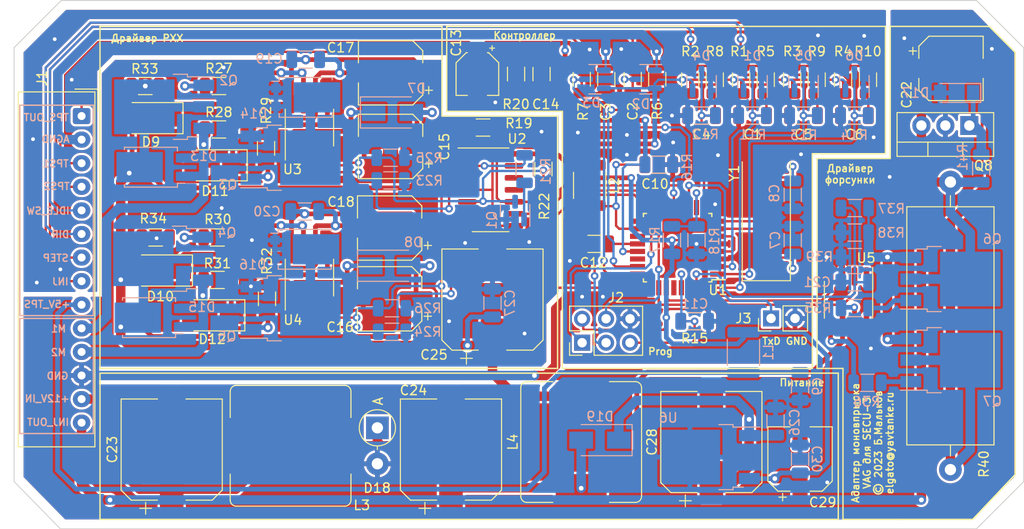
<source format=kicad_pcb>
(kicad_pcb (version 20211014) (generator pcbnew)
  (layers (0 "F.Cu" signal) (31 "B.Cu" signal) (34 "B.Paste" user) (35 "F.Paste" user) (36 "B.SilkS" user "B.Silkscreen") (37 "F.SilkS" user "F.Silkscreen") (38 "B.Mask" user) (39 "F.Mask" user) (44 "Edge.Cuts" user))
  (net 0 "")
  (net 1 "Net-(C1-Pad1)")
  (net 2 "GND")
  (net 3 "Net-(C4-Pad1)")
  (net 4 "Net-(C5-Pad1)")
  (net 5 "Net-(C6-Pad1)")
  (net 6 "Net-(C7-Pad2)")
  (net 7 "Net-(C8-Pad2)")
  (net 8 "Net-(C2-Pad1)")
  (net 9 "Net-(C12-Pad2)")
  (net 10 "Net-(C15-Pad1)")
  (net 11 "Net-(C17-Pad1)")
  (net 12 "Net-(C16-Pad1)")
  (net 13 "Net-(C17-Pad2)")
  (net 14 "/INJ_Driver/Current_Sense")
  (net 15 "+5V_TPS")
  (net 16 "Net-(C18-Pad1)")
  (net 17 "TPS_OUT")
  (net 18 "Net-(C18-Pad2)")
  (net 19 "/PWM_Driver/PWR_M")
  (net 20 "Net-(C22-Pad2)")
  (net 21 "Net-(D7-Pad1)")
  (net 22 "Net-(D8-Pad1)")
  (net 23 "INJ_OUT")
  (net 24 "+12V_IN")
  (net 25 "Net-(D17-Pad1)")
  (net 26 "Net-(C3-Pad1)")
  (net 27 "Net-(C10-Pad2)")
  (net 28 "Net-(C11-Pad2)")
  (net 29 "Net-(Q1-Pad1)")
  (net 30 "Net-(Q1-Pad3)")
  (net 31 "Net-(Q2-Pad1)")
  (net 32 "Net-(Q3-Pad1)")
  (net 33 "Net-(Q4-Pad1)")
  (net 34 "Net-(Q5-Pad1)")
  (net 35 "Net-(Q6-Pad1)")
  (net 36 "Net-(Q7-Pad1)")
  (net 37 "/PWM_Driver/DIR")
  (net 38 "+5V")
  (net 39 "Net-(R23-Pad1)")
  (net 40 "Net-(R29-Pad1)")
  (net 41 "/INJ_Driver/Peak")
  (net 42 "/INJ_Driver/Hold")
  (net 43 "/PWM_Driver/PWM")
  (net 44 "/INJ_Driver/PWR_I")
  (net 45 "Net-(C26-Pad1)")
  (net 46 "Net-(R35-Pad2)")
  (net 54 "GNDA")
  (net 55 "Net-(R17-Pad2)")
  (net 56 "Net-(R24-Pad1)")
  (net 57 "Net-(R27-Pad1)")
  (net 58 "Net-(R30-Pad1)")
  (net 59 "Net-(R32-Pad1)")
  (net 60 "Net-(R36-Pad2)")
  (net 61 "Net-(Q6-Pad3)")
  (net 62 "MOTOR1")
  (net 63 "MOTOR2")
  (net 64 "Net-(J2-Pad1)")
  (net 65 "Net-(R19-Pad1)")
  (net 66 "Net-(R20-Pad1)")
  (net 67 "Net-(J2-Pad3)")
  (net 68 "Net-(J2-Pad4)")
  (net 69 "TPS2")
  (net 70 "IDLE_SW")
  (net 71 "DIR")
  (net 72 "STEP")
  (net 73 "INJ")
  (net 74 "TPS1")
  (net 75 "Net-(J3-Pad1)")
  (footprint "Resistor_SMD:R_1206_3216Metric" (layer "F.Cu") (at 121.6 85.67 -90)
    (fp_text reference "R29")
    (fp_text value "20")
  )
  (footprint "Resistor_SMD:R_1206_3216Metric" (layer "F.Cu") (at 121.7 101.62 -90)
    (fp_text reference "R32")
    (fp_text value "20")
  )
  (footprint "Resistor_SMD:R_1206_3216Metric" (layer "F.Cu") (at 155.0625 78.35 -90)
    (fp_text reference "R7")
    (fp_text value "2k")
  )
  (footprint "Resistor_SMD:R_1206_3216Metric" (layer "F.Cu") (at 169.1625 78.4 -90)
    (fp_text reference "R8")
    (fp_text value "2k")
  )
  (footprint "Diode_THT:D_DO-15_P3.81mm_Vertical_AnodeUp" (layer "F.Cu") (at 133.4 115.295 -90)
    (fp_text reference "D18")
    (fp_text value "P6KE18A")
  )
  (footprint "Capacitor_SMD:C_1206_3216Metric" (layer "F.Cu") (at 157.6625 78.35 90)
    (fp_text reference "C3")
    (fp_text value "0.22u")
  )
  (footprint "Capacitor_SMD:C_1206_3216Metric" (layer "F.Cu") (at 167.7625 82.2 180)
    (fp_text reference "C4")
    (fp_text value "0.22u")
  )
  (footprint "Resistor_SMD:R_1206_3216Metric" (layer "F.Cu") (at 171.9625 78.4 -90)
    (fp_text reference "R1")
    (fp_text value "10k")
  )
  (footprint "Resistor_THT:R_Axial_Power_L25.0mm_W9.0mm_P30.48mm" (layer "F.Cu") (at 194.1375 119.725 90)
    (fp_text reference "R40")
    (fp_text value "12")
  )
  (footprint "Resistor_SMD:R_1206_3216Metric" (layer "F.Cu") (at 108.8 79.07)
    (fp_text reference "R33")
    (fp_text value "10")
  )
  (footprint "Capacitor_SMD:C_1206_3216Metric" (layer "F.Cu") (at 178.5625 82.2 180)
    (fp_text reference "C5")
    (fp_text value "0.22u")
  )
  (footprint "Connector_PinHeader_2.54mm:PinHeader_1x02_P2.54mm_Vertical" (layer "F.Cu") (at 175.125 103.7 90)
    (fp_text reference "J3")
    (fp_text value "Debug")
  )
  (footprint "Capacitor_SMD:CP_Elec_4x5.4" (layer "F.Cu") (at 144 77.8 -90)
    (fp_text reference "C13")
    (fp_text value "1u50V")
  )
  (footprint "Package_SO:SOIC-8_3.9x4.9mm_P1.27mm" (layer "F.Cu") (at 126.2 83.47 90)
    (fp_text reference "U3")
    (fp_text value "IR2101")
  )
  (footprint "Capacitor_SMD:CP_Elec_6.3x5.4" (layer "F.Cu") (at 194.2 77.2)
    (fp_text reference "C22")
    (fp_text value "47u25V")
  )
  (footprint "Resistor_SMD:R_1206_3216Metric" (layer "F.Cu") (at 166.5625 78.4 -90)
    (fp_text reference "R2")
    (fp_text value "1k")
  )
  (footprint "Capacitor_SMD:CP_Elec_6.3x5.4" (layer "F.Cu") (at 134.8 77.67 180)
    (fp_text reference "C17")
    (fp_text value "22u50V")
  )
  (footprint "Capacitor_SMD:C_1206_3216Metric" (layer "F.Cu") (at 163.224614 87.4 180)
    (fp_text reference "C10")
    (fp_text value "0.22u")
  )
  (footprint "Resistor_SMD:R_1206_3216Metric" (layer "F.Cu") (at 116.45 99.62 180)
    (fp_text reference "R31")
    (fp_text value "20")
  )
  (footprint "Resistor_SMD:R_1206_3216Metric" (layer "F.Cu") (at 182.7625 78.4 -90)
    (fp_text reference "R4")
    (fp_text value "10k")
  )
  (footprint "Inductor_SMD:L_1812_4532Metric" (layer "F.Cu") (at 155.9 89.6 90)
    (fp_text reference "L2")
    (fp_text value "47uH")
  )
  (footprint "Capacitor_SMD:CP_Elec_6.3x5.4" (layer "F.Cu") (at 134.7 94.12 180)
    (fp_text reference "C18")
    (fp_text value "22u50V")
  )
  (footprint "Capacitor_SMD:C_1206_3216Metric" (layer "F.Cu") (at 163.0625 78.35 90)
    (fp_text reference "C2")
    (fp_text value "0.22u")
  )
  (footprint "Connector_PinHeader_2.54mm:PinHeader_2x03_P2.54mm_Vertical" (layer "F.Cu") (at 155.099614 106.275 90)
    (fp_text reference "J2")
    (fp_text value "Prog")
  )
  (footprint "Capacitor_SMD:C_1206_3216Metric" (layer "F.Cu") (at 150.8 77.8 -90)
    (fp_text reference "C14")
    (fp_text value "0.22u")
  )
  (footprint "Package_QFP:TQFP-32_7x7mm_P0.8mm" (layer "F.Cu") (at 165.224614 96.2 180)
    (fp_text reference "U1")
    (fp_text value "ATmega8-16A")
  )
  (footprint "Capacitor_SMD:CP_Elec_6.3x5.4" (layer "F.Cu") (at 134.8 85.47 180)
    (fp_text reference "C15")
    (fp_text value "10u50V")
  )
  (footprint "Capacitor_SMD:CP_Elec_6.3x7.7" (layer "F.Cu") (at 178.2 118.6 90)
    (fp_text reference "C29")
    (fp_text value "100u25V")
  )
  (footprint "Capacitor_SMD:CP_Elec_10x10.5" (layer "F.Cu") (at 111.6 117.6 90)
    (fp_text reference "C23")
    (fp_text value "220u50V")
  )
  (footprint "Resistor_SMD:R_1206_3216Metric" (layer "F.Cu") (at 174.5625 78.4 -90)
    (fp_text reference "R5")
    (fp_text value "2k")
  )
  (footprint "Resistor_SMD:R_1206_3216Metric" (layer "F.Cu") (at 116.45 95.12 180)
    (fp_text reference "R30")
    (fp_text value "20")
  )
  (footprint "Resistor_SMD:R_1206_3216Metric" (layer "F.Cu") (at 109.9 95.12)
    (fp_text reference "R34")
    (fp_text value "10")
  )
  (footprint "Resistor_SMD:R_1206_3216Metric" (layer "F.Cu") (at 167.024614 104 180)
    (fp_text reference "R15")
    (fp_text value "10k")
  )
  (footprint "Package_SO:SOIC-8_3.9x4.9mm_P1.27mm" (layer "F.Cu") (at 126.2 99.37 90)
    (fp_text reference "U4")
    (fp_text value "IR2101")
  )
  (footprint "Resistor_SMD:R_1206_3216Metric" (layer "F.Cu") (at 148.1 77.8 90)
    (fp_text reference "R20")
    (fp_text value "4K7")
  )
  (footprint "Capacitor_SMD:C_1206_3216Metric" (layer "F.Cu") (at 156.424614 95.8)
    (fp_text reference "C12")
    (fp_text value "0.22u")
  )
  (footprint "Resistor_SMD:R_1206_3216Metric" (layer "F.Cu") (at 179.9625 78.4 -90)
    (fp_text reference "R9")
    (fp_text value "2k")
  )
  (footprint "Inductor_SMD:L_Bourns_SRR1260" (layer "F.Cu") (at 124.2 117.2)
    (fp_text reference "L3")
    (fp_text value "47uH")
  )
  (footprint "Resistor_SMD:R_1206_3216Metric" (layer "F.Cu") (at 116.6 79.07 180)
    (fp_text reference "R27")
    (fp_text value "20")
  )
  (footprint "Capacitor_SMD:CP_Elec_10x10.5" (layer "F.Cu") (at 168.8 116.8 90)
    (fp_text reference "C28")
    (fp_text value "220u50V")
  )
  (footprint "Resistor_SMD:R_1206_3216Metric" (layer "F.Cu") (at 144.6 83.47 180)
    (fp_text reference "R19")
    (fp_text value "47k")
  )
  (footprint "Diode_SMD:D_SMA" (layer "F.Cu") (at 115.95 103.37 180)
    (fp_text reference "D12")
    (fp_text value "S1D")
  )
  (footprint "Crystal:Crystal_SMD_HC49-SD" (layer "F.Cu") (at 174.624614 93 90)
    (fp_text reference "Y1")
    (fp_text value "8MHz")
  )
  (footprint "Package_SO:SOIC-14_3.9x8.7mm_P1.27mm" (layer "F.Cu") (at 145.4 90.07)
    (fp_text reference "U2")
    (fp_text value "74LS08")
  )
  (footprint "Package_TO_SOT_THT:TO-220-3_Vertical" (layer "F.Cu") (at 196.14 83.255 180)
    (fp_text reference "Q8")
    (fp_text value "TIP42")
  )
  (footprint "Package_SO:SOIC-8_3.9x4.9mm_P1.27mm" (layer "F.Cu") (at 183.3375 101.725 -90)
    (fp_text reference "U5")
    (fp_text value "IR25600")
  )
  (footprint "Resistor_SMD:R_1206_3216Metric" (layer "F.Cu") (at 151 87.87 90)
    (fp_text reference "R22")
    (fp_text value "1k")
  )
  (footprint "Resistor_SMD:R_1206_3216Metric" (layer "F.Cu") (at 116.6 83.67 180)
    (fp_text reference "R28")
    (fp_text value "20")
  )
  (footprint "Capacitor_SMD:C_1206_3216Metric" (layer "F.Cu") (at 183.9625 82.2 180)
    (fp_text reference "C6")
    (fp_text value "0.22u")
  )
  (footprint "Resistor_SMD:R_1206_3216Metric" (layer "F.Cu") (at 185.4 78.4 -90)
    (fp_text reference "R10")
    (fp_text value "2k")
  )
  (footprint "Resistor_SMD:R_1206_3216Metric" (layer "F.Cu") (at 160.4625 78.35 -90)
    (fp_text reference "R6")
    (fp_text value "2k")
  )
  (footprint "Capacitor_SMD:CP_Elec_10x10.5" (layer "F.Cu") (at 145.6 101.7 90)
    (fp_text reference "C25")
    (fp_text value "220u50V")
  )
  (footprint "Connector_Molex:Molex_SPOX_5268-14A_1x14_P2.50mm_Horizontal" (layer "F.Cu") (at 102.05 82.25 -90)
    (fp_text reference "J1")
    (fp_text value "Conn_01x12_Male")
  )
  (footprint "Inductor_SMD:L_Bourns_SRR1260" (layer "F.Cu") (at 155 116.8 90)
    (fp_text reference "L4")
    (fp_text value "47uH")
  )
  (footprint "Capacitor_SMD:CP_Elec_10x10.5" (layer "F.Cu") (at 141.2 117.6 90)
    (fp_text reference "C24")
    (fp_text value "220u50V")
  )
  (footprint "Diode_SMD:D_SMA" (layer "F.Cu") (at 116.2 87.47 180)
    (fp_text reference "D11")
    (fp_text value "S1D")
  )
  (footprint "Resistor_SMD:R_1206_3216Metric" (layer "F.Cu") (at 177.3625 78.4 -90)
    (fp_text reference "R3")
    (fp_text value "10k")
  )
  (footprint "Capacitor_SMD:CP_Elec_6.3x5.4" (layer "F.Cu") (at 134.7 101.62 180)
    (fp_text reference "C16")
    (fp_text value "10u50V")
  )
  (footprint "Diode_SMD:D_SMA" (layer "F.Cu") (at 110.4 98.62 180)
    (fp_text reference "D10")
    (fp_text value "S1D")
  )
  (footprint "Diode_SMD:D_SMA" (layer "F.Cu") (at 109.4 82.47 180)
    (fp_text reference "D9")
    (fp_text value "S1D")
  )
  (footprint "Capacitor_SMD:C_1206_3216Metric" (layer "F.Cu") (at 173.1625 82.2 180)
    (fp_text reference "C1")
    (fp_text value "0.22u")
  )
  (footprint "Inductor_SMD:L_1812_4532Metric" (layer "B.Cu") (at 172.2 107.3 90)
    (fp_text reference "L1")
    (fp_text value "47uH")
  )
  (footprint "Resistor_SMD:R_1206_3216Metric" (layer "B.Cu") (at 163.224614 87.4 180)
    (fp_text reference "R16")
    (fp_text value "0")
  )
  (footprint "Capacitor_SMD:C_1206_3216Metric" (layer "B.Cu") (at 177.424614 95.4 -90)
    (fp_text reference "C7")
    (fp_text value "22pF")
  )
  (footprint "Resistor_SMD:R_1206_3216Metric" (layer "B.Cu") (at 197.4 87.8 90)
    (fp_text reference "R41")
    (fp_text value "270")
  )
  (footprint "Resistor_SMD:R_1206_3216Metric" (layer "B.Cu") (at 184 92)
    (fp_text reference "R37")
    (fp_text value "2k2")
  )
  (footprint "Package_TO_SOT_SMD:TO-277B" (layer "B.Cu") (at 125.7 96.37 -90)
    (fp_text reference "D16")
    (fp_text value "10L100SP")
  )
  (footprint "Package_TO_SOT_SMD:SOT-23" (layer "B.Cu") (at 156.4625 78.35 180)
    (fp_text reference "D3")
    (fp_text value "BAS70-04")
  )
  (footprint "Resistor_SMD:R_1206_3216Metric" (layer "B.Cu") (at 134.8 89.07)
    (fp_text reference "R23")
    (fp_text value "10k")
  )
  (footprint "Package_TO_SOT_SMD:SOT-23" (layer "B.Cu") (at 161.8625 78.35 180)
    (fp_text reference "D2")
    (fp_text value "BAS70-04")
  )
  (footprint "Capacitor_SMD:C_1206_3216Metric" (layer "B.Cu") (at 184 99.8625 180)
    (fp_text reference "C21")
    (fp_text value "0.22u")
  )
  (footprint "Package_TO_SOT_SMD:SOT-23" (layer "B.Cu") (at 178.5625 78.6 90)
    (fp_text reference "D5")
    (fp_text value "BAS70-04")
  )
  (footprint "Package_TO_SOT_SMD:TO-277B" (layer "B.Cu") (at 109.4 87.67 90)
    (fp_text reference "D13")
    (fp_text value "10L100SP")
  )
  (footprint "Diode_SMD:D_SMA" (layer "B.Cu") (at 157 116.6 180)
    (fp_text reference "D19")
    (fp_text value "S1D")
  )
  (footprint "Package_TO_SOT_SMD:TO-252-3_TabPin2" (layer "B.Cu") (at 124.2 102.62)
    (fp_text reference "Q5")
    (fp_text value "IRFR540ZTRPBF")
  )
  (footprint "Capacitor_SMD:C_1206_3216Metric" (layer "B.Cu") (at 167.024614 104 180)
    (fp_text reference "C11")
    (fp_text value "0.22u")
  )
  (footprint "Resistor_SMD:R_1206_3216Metric" (layer "B.Cu") (at 184 97.2 180)
    (fp_text reference "R39")
    (fp_text value "0.15")
  )
  (footprint "Diode_SMD:D_SMA" (layer "B.Cu") (at 135 81.87)
    (fp_text reference "D7")
    (fp_text value "S1D")
  )
  (footprint "Diode_SMD:D_MiniMELF" (layer "B.Cu") (at 194.8 79.8 180)
    (fp_text reference "D17")
    (fp_text value "BZV55C33")
  )
  (footprint "Package_TO_SOT_SMD:SOT-23" (layer "B.Cu") (at 167.7625 78.6 90)
    (fp_text reference "D4")
    (fp_text value "BAS70-04")
  )
  (footprint "Capacitor_SMD:C_1206_3216Metric" (layer "B.Cu") (at 175.6 114.6 90)
    (fp_text reference "C26")
    (fp_text value "0.22u")
  )
  (footprint "Capacitor_SMD:C_1206_3216Metric" (layer "B.Cu") (at 177.424614 90.6 90)
    (fp_text reference "C8")
    (fp_text value "22pF")
  )
  (footprint "Resistor_SMD:R_1206_3216Metric" (layer "B.Cu") (at 184 102.6 180)
    (fp_text reference "R35")
    (fp_text value "100")
  )
  (footprint "Capacitor_SMD:C_1206_3216Metric" (layer "B.Cu") (at 178.2 118.6 90)
    (fp_text reference "C30")
    (fp_text value "0.22u")
  )
  (footprint "Capacitor_SMD:C_1206_3216Metric" (layer "B.Cu") (at 178.2 110.9 90)
    (fp_text reference "C9")
    (fp_text value "0.22u")
  )
  (footprint "Package_TO_SOT_SMD:SOT-23" (layer "B.Cu") (at 148 92.27 90)
    (fp_text reference "Q1")
    (fp_text value "BC817")
  )
  (footprint "Resistor_SMD:R_1206_3216Metric" (layer "B.Cu") (at 167.224614 95.4 -90)
    (fp_text reference "R18")
    (fp_text value "820")
  )
  (footprint "Resistor_SMD:R_1206_3216Metric" (layer "B.Cu") (at 164.624614 95.4 90)
    (fp_text reference "R17")
    (fp_text value "13k")
  )
  (footprint "Package_TO_SOT_SMD:TO-252-3_TabPin2" (layer "B.Cu") (at 124.2 86.67)
    (fp_text reference "Q3")
    (fp_text value "IRFR540ZTRPBF")
  )
  (footprint "Resistor_SMD:R_1206_3216Metric" (layer "B.Cu") (at 173.1625 82.2 180)
    (fp_text reference "R11")
    (fp_text value "51k")
  )
  (footprint "Capacitor_SMD:C_1206_3216Metric" (layer "B.Cu") (at 125.7 92.37)
    (fp_text reference "C20")
    (fp_text value "0.1u")
  )
  (footprint "Package_TO_SOT_SMD:TO-277B" (layer "B.Cu") (at 109.2 103.62 90)
    (fp_text reference "D15")
    (fp_text value "10L100SP")
  )
  (footprint "Package_TO_SOT_SMD:TO-252-3_TabPin2" (layer "B.Cu") (at 110.8 81.27 180)
    (fp_text reference "Q2")
    (fp_text value "IRFR540ZTRPBF")
  )
  (footprint "Capacitor_SMD:C_1206_3216Metric" (layer "B.Cu") (at 145.6 102.07 90)
    (fp_text reference "C27")
    (fp_text value "0.22u")
  )
  (footprint "Package_TO_SOT_SMD:TO-277B" (layer "B.Cu") (at 125.8 80.27 -90)
    (fp_text reference "D14")
    (fp_text value "10L100SP")
  )
  (footprint "Package_TO_SOT_SMD:TO-252-3_TabPin2" (layer "B.Cu") (at 194.1375 99.525)
    (fp_text reference "Q6")
    (fp_text value "IRFR540ZTRPBF")
  )
  (footprint "Resistor_SMD:R_1206_3216Metric" (layer "B.Cu") (at 184 94.6 180)
    (fp_text reference "R38")
    (fp_text value "0.15")
  )
  (footprint "Diode_SMD:D_SMA" (layer "B.Cu") (at 134.7 98.12)
    (fp_text reference "D8")
    (fp_text value "S1D")
  )
  (footprint "Capacitor_SMD:C_1206_3216Metric" (layer "B.Cu") (at 125.8 76.27)
    (fp_text reference "C19")
    (fp_text value "0.1u")
  )
  (footprint "Resistor_SMD:R_1206_3216Metric" (layer "B.Cu") (at 183.9625 82.2 180)
    (fp_text reference "R14")
    (fp_text value "51k")
  )
  (footprint "Resistor_SMD:R_1206_3216Metric" (layer "B.Cu") (at 149 87.87 -90)
    (fp_text reference "R21")
    (fp_text value "1k")
  )
  (footprint "Resistor_SMD:R_1206_3216Metric" (layer "B.Cu") (at 167.7625 82.2 180)
    (fp_text reference "R12")
    (fp_text value "51k")
  )
  (footprint "Resistor_SMD:R_1206_3216Metric" (layer "B.Cu") (at 134.95 105.12)
    (fp_text reference "R24")
    (fp_text value "10k")
  )
  (footprint "Package_TO_SOT_SMD:TO-252-3_TabPin2" (layer "B.Cu") (at 110.7 97.37 180)
    (fp_text reference "Q4")
    (fp_text value "IRFR540ZTRPBF")
  )
  (footprint "Package_TO_SOT_SMD:TO-252-3_TabPin2" (layer "B.Cu") (at 194.1375 108.125)
    (fp_text reference "Q7")
    (fp_text value "IRFR540ZTRPBF")
  )
  (footprint "Package_TO_SOT_SMD:SOT-23" (layer "B.Cu") (at 173.1625 78.6 90)
    (fp_text reference "D1")
    (fp_text value "BAS70-04")
  )
  (footprint "Package_TO_SOT_SMD:SOT-23" (layer "B.Cu") (at 183.9625 78.6 90)
    (fp_text reference "D6")
    (fp_text value "BAS70-04")
  )
  (footprint "Resistor_SMD:R_1206_3216Metric" (layer "B.Cu") (at 134.95 102.62)
    (fp_text reference "R26")
    (fp_text value "10k")
  )
  (footprint "Package_TO_SOT_SMD:TO-252-2" (layer "B.Cu") (at 168.625 118.4 180)
    (fp_text reference "U6")
    (fp_text value "L7805")
  )
  (footprint "Resistor_SMD:R_1206_3216Metric" (layer "B.Cu") (at 178.5625 82.2 180)
    (fp_text reference "R13")
    (fp_text value "51k")
  )
  (footprint "Resistor_SMD:R_1206_3216Metric" (layer "B.Cu") (at 185.3375 110.525 180)
    (fp_text reference "R36")
    (fp_text value "100")
  )
  (footprint "Resistor_SMD:R_1206_3216Metric" (layer "B.Cu") (at 134.8 86.67)
    (fp_text reference "R25")
    (fp_text value "10k")
  )
  (gr_line (start 103.3 81.1) (end 95.5 81.1) (layer "B.SilkS") (width 0.15))
  (gr_line (start 103.3 103.4) (end 103.3 81.1) (layer "B.SilkS") (width 0.15))
  (gr_line (start 95.5 103.4) (end 103.3 103.4) (layer "B.SilkS") (width 0.15))
  (gr_line (start 95.5 115.9) (end 103.3 115.9) (layer "B.SilkS") (width 0.15))
  (gr_line (start 95.5 81.1) (end 95.5 103.4) (layer "B.SilkS") (width 0.15))
  (gr_line (start 95.5 103.7) (end 95.5 115.9) (layer "B.SilkS") (width 0.15))
  (gr_line (start 103.3 103.7) (end 95.5 103.7) (layer "B.SilkS") (width 0.15))
  (gr_line (start 103.3 115.9) (end 103.3 103.7) (layer "B.SilkS") (width 0.15))
  (gr_line (start 140.25 72.75) (end 140.25 82.25) (layer "F.SilkS") (width 0.15))
  (gr_line (start 187.25 86.25) (end 179.5 86.25) (layer "F.SilkS") (width 0.15))
  (gr_line (start 201 75.5) (end 201 120.25) (layer "F.SilkS") (width 0.15))
  (gr_line (start 153 109) (end 153 81.75) (layer "F.SilkS") (width 0.15))
  (gr_line (start 182.75 125) (end 182.75 109) (layer "F.SilkS") (width 0.15))
  (gr_line (start 104 109) (end 104 72.75) (layer "F.SilkS") (width 0.15))
  (gr_line (start 189 125) (end 182.75 125) (layer "F.SilkS") (width 0.15))
  (gr_line (start 180 109) (end 180 86.75) (layer "F.SilkS") (width 0.15))
  (gr_line (start 104 109.5) (end 104 125) (layer "F.SilkS") (width 0.15))
  (gr_line (start 182.75 109) (end 180 109) (layer "F.SilkS") (width 0.15))
  (gr_line (start 201 120.25) (end 196.5 125) (layer "F.SilkS") (width 0.15))
  (gr_line (start 140.75 81.75) (end 140.75 72.75) (layer "F.SilkS") (width 0.15))
  (gr_line (start 104 72.75) (end 140.25 72.75) (layer "F.SilkS") (width 0.15))
  (gr_line (start 179.5 86.25) (end 179.5 109) (layer "F.SilkS") (width 0.15))
  (gr_line (start 152.5 82.25) (end 152.5 109) (layer "F.SilkS") (width 0.15))
  (gr_line (start 153 81.75) (end 140.75 81.75) (layer "F.SilkS") (width 0.15))
  (gr_line (start 198.25 72.75) (end 201 75.5) (layer "F.SilkS") (width 0.15))
  (gr_line (start 179.5 109) (end 153 109) (layer "F.SilkS") (width 0.15))
  (gr_line (start 152.5 109) (end 104 109) (layer "F.SilkS") (width 0.15))
  (gr_line (start 104 125) (end 182.25 125) (layer "F.SilkS") (width 0.15))
  (gr_line (start 182.25 109.5) (end 104 109.5) (layer "F.SilkS") (width 0.15))
  (gr_line (start 187.25 72.75) (end 187.25 86.25) (layer "F.SilkS") (width 0.15))
  (gr_line (start 140.75 72.75) (end 187.25 72.75) (layer "F.SilkS") (width 0.15))
  (gr_line (start 182.25 125) (end 182.25 109.5) (layer "F.SilkS") (width 0.15))
  (gr_line (start 196.5 125) (end 189 125) (layer "F.SilkS") (width 0.15))
  (gr_line (start 187.75 86.75) (end 187.75 72.75) (layer "F.SilkS") (width 0.15))
  (gr_line (start 187.75 72.75) (end 198.25 72.75) (layer "F.SilkS") (width 0.15))
  (gr_line (start 140.25 82.25) (end 152.5 82.25) (layer "F.SilkS") (width 0.15))
  (gr_line (start 180 86.75) (end 187.75 86.75) (layer "F.SilkS") (width 0.15))
  (gr_line (start 201.9 121) (end 201.9 75) (layer "Edge.Cuts") (width 0.1))
  (gr_line (start 196.9 126) (end 201.9 121) (layer "Edge.Cuts") (width 0.1))
  (gr_line (start 94.9 121) (end 99.8 126) (layer "Edge.Cuts") (width 0.1))
  (gr_line (start 94.9 75) (end 99.9 70) (layer "Edge.Cuts") (width 0.1))
  (gr_line (start 94.9 75) (end 94.9 121) (layer "Edge.Cuts") (width 0.1))
  (gr_line (start 99.8 126) (end 196.9 126) (layer "Edge.Cuts") (width 0.1))
  (gr_line (start 196.9 70) (end 99.9 70) (layer "Edge.Cuts") (width 0.1))
  (gr_line (start 201.9 75) (end 196.9 70) (layer "Edge.Cuts") (width 0.1))
  (gr_text "+5V_TPS" (at 98.4 102.2) (layer "B.SilkS") (effects (font (size 0.75 0.75)) (justify mirror)))
  (gr_text "M2" (at 99.6 107.3) (layer "B.SilkS") (effects (font (size 0.75 0.75)) (justify mirror)))
  (gr_text "AGND" (at 99.3 84.7) (layer "B.SilkS") (effects (font (size 0.75 0.75)) (justify mirror)))
  (gr_text "INJ_OUT" (at 98.5 114.7) (layer "B.SilkS") (effects (font (size 0.75 0.75)) (justify mirror)))
  (gr_text "INJ" (at 99.8 99.8) (layer "B.SilkS") (effects (font (size 0.75 0.75)) (justify mirror)))
  (gr_text "TPS2" (at 99.4 89.7) (layer "B.SilkS") (effects (font (size 0.75 0.75)) (justify mirror)))
  (gr_text "IDLE_SW" (at 98.5 92.3) (layer "B.SilkS") (effects (font (size 0.75 0.75)) (justify mirror)))
  (gr_text "DIR" (at 99.8 94.8) (layer "B.SilkS") (effects (font (size 0.75 0.75)) (justify mirror)))
  (gr_text "M1" (at 99.6 104.8) (layer "B.SilkS") (effects (font (size 0.75 0.75)) (justify mirror)))
  (gr_text "+12V_IN" (at 98.4 112.2) (layer "B.SilkS") (effects (font (size 0.75 0.75)) (justify mirror)))
  (gr_text "GND" (at 99.5 109.8) (layer "B.SilkS") (effects (font (size 0.75 0.75)) (justify mirror)))
  (gr_text "TPS1" (at 99.3 87.3) (layer "B.SilkS") (effects (font (size 0.75 0.75)) (justify mirror)))
  (gr_text "TPS_OUT" (at 98.3 82.4) (layer "B.SilkS") (effects (font (size 0.75 0.75)) (justify mirror)))
  (gr_text "STEP" (at 99.3 97.3) (layer "B.SilkS") (effects (font (size 0.75 0.75)) (justify mirror)))
  (gr_text "Питание" (at 178.4 110.5) (layer "F.SilkS") (effects (font (size 0.75 0.75))))
  (gr_text "Адаптер моновпрыска\nVAG для SECU-3\n© 2023 Б.Мальков\nelgato@yavtanke.ru" (at 185.9 116.9 90) (layer "F.SilkS") (effects (font (size 0.75 0.75))))
  (gr_text "Драйвер\nфорсунки" (at 183.5 88.4) (layer "F.SilkS") (effects (font (size 0.75 0.75))))
  (gr_text "TxD GND" (at 176.6 106.1) (layer "F.SilkS") (effects (font (size 0.75 0.75))))
  (gr_text "Prog" (at 163.4 107.2) (layer "F.SilkS") (effects (font (size 0.75 0.75))))
  (gr_text "Драйвер РХХ" (at 109 74) (layer "F.SilkS") (effects (font (size 0.75 0.75))))
  (gr_text "Контроллер" (at 149 73.7) (layer "F.SilkS") (effects (font (size 0.75 0.75))))
  (segment (start 171.024614 98.2) (end 169.474614 98.2) (width 0.25) (layer "F.Cu") (net 1))
  (segment (start 173.1625 82.2) (end 174.6375 82.2) (width 0.25) (layer "F.Cu") (net 1))
  (segment (start 174.6375 79.9375) (end 174.5625 79.8625) (width 0.25) (layer "F.Cu") (net 1))
  (segment (start 174.6375 82.2) (end 174.6375 79.9375) (width 0.25) (layer "F.Cu") (net 1))
  (via (at 171.024614 98.2) (size 0.8) (drill 0.4) (layers "F.Cu" "B.Cu") (net 1))
  (via (at 173.1625 82.2) (size 0.8) (drill 0.4) (layers "F.Cu" "B.Cu") (net 1))
  (segment (start 171.024614 98.2) (end 171.024614 84.575386) (width 0.25) (layer "B.Cu") (net 1))
  (segment (start 171.024614 84.575386) (end 171.8 83.8) (width 0.25) (layer "B.Cu") (net 1))
  (segment (start 171.8 83.8) (end 172.5625 83.8) (width 0.25) (layer "B.Cu") (net 1))
  (segment (start 173.1625 83.2) (end 173.1625 82.2) (width 0.25) (layer "B.Cu") (net 1))
  (segment (start 172.5625 83.8) (end 173.1625 83.2) (width 0.25) (layer "B.Cu") (net 1))
  (segment (start 173.1625 82.2) (end 173.1625 77.6625) (width 0.25) (layer "B.Cu") (net 1))
  (segment (start 174.625 82.2) (end 173.1625 82.2) (width 0.25) (layer "B.Cu") (net 1))
  (segment (start 151.25 109.75) (end 150.05 109.75) (width 1) (layer "F.Cu") (net 2))
  (segment (start 152.3 102.7) (end 152.3 108.7) (width 1) (layer "F.Cu") (net 2))
  (segment (start 166.2875 82.2) (end 164.625 82.2) (width 0.25) (layer "F.Cu") (net 2))
  (segment (start 152.3 108.7) (end 151.25 109.75) (width 1) (layer "F.Cu") (net 2))
  (segment (start 155.1 101.4) (end 153.6 101.4) (width 1) (layer "F.Cu") (net 2))
  (segment (start 153.6 101.4) (end 152.3 102.7) (width 1) (layer "F.Cu") (net 2))
  (via (at 164.625 82.2) (size 0.8) (drill 0.4) (layers "F.Cu" "B.Cu") (net 2))
  (via (at 141 104) (size 0.8) (drill 0.4) (layers "F.Cu" "B.Cu") (net 2))
  (via (at 186 84.5) (size 0.8) (drill 0.4) (layers "F.Cu" "B.Cu") (net 2))
  (via (at 150.05 109.75) (size 1) (drill 0.5) (layers "F.Cu" "B.Cu") (net 2))
  (via (at 149 105.3) (size 0.8) (drill 0.4) (layers "F.Cu" "B.Cu") (net 2))
  (via (at 97.3 99.9) (size 0.8) (drill 0.4) (layers "F.Cu" "B.Cu") (net 2))
  (via (at 96.9 84.7) (size 0.8) (drill 0.4) (layers "F.Cu" "B.Cu") (net 2))
  (via (at 101 78.4) (size 0.8) (drill 0.4) (layers "F.Cu" "B.Cu") (net 2))
  (via (at 120.1 95.4) (size 0.8) (drill 0.4) (layers "F.Cu" "B.Cu") (net 2))
  (via (at 189.25 74) (size 0.8) (drill 0.4) (layers "F.Cu" "B.Cu") (net 2))
  (via (at 150.8 83.9) (size 0.8) (drill 0.4) (layers "F.Cu" "B.Cu") (net 2))
  (via (at 187.7 88.7) (size 0.8) (drill 0.4) (layers "F.Cu" "B.Cu") (net 2))
  (via (at 157.3 101.4) (size 0.8) (drill 0.4) (layers "F.Cu" "B.Cu") (net 2))
  (via (at 149.5 95.6) (size 0.8) (drill 0.4) (layers "F.Cu" "B.Cu") (net 2))
  (via (at 167.224614 95.8) (size 0.8) (drill 0.4) (layers "F.Cu" "B.Cu") (net 2))
  (via (at 142.7 95.7) (size 0.8) (drill 0.4) (layers "F.Cu" "B.Cu") (net 2))
  (via (at 164.75 85.05) (size 0.8) (drill 0.4) (layers "F.Cu" "B.Cu") (net 2))
  (via (at 153.8 97.6) (size 0.8) (drill 0.4) (layers "F.Cu" "B.Cu") (net 2))
  (via (at 154.65 84) (size 0.8) (drill 0.4) (layers "F.Cu" "B.Cu") (net 2))
  (via (at 159.25 75.15) (size 0.8) (drill 0.4) (layers "F.Cu" "B.Cu") (net 2))
  (via (at 169.5 86.4) (size 0.8) (drill 0.4) (layers "F.Cu" "B.Cu") (net 2))
  (via (at 120 100.3) (size 0.8) (drill 0.4) (layers "F.Cu" "B.Cu") (net 2))
  (via (at 99.8 98.5) (size 0.8) (drill 0.4) (layers "F.Cu" "B.Cu") (net 2))
  (via (at 185.71 106.88) (size 0.8) (drill 0.4) (layers "F.Cu" "B.Cu") (net 2))
  (via (at 99.2 74.1) (size 0.8) (drill 0.4) (layers "F.Cu" "B.Cu") (net 2))
  (via (at 159.85 84.25) (size 0.8) (drill 0.4) (layers "F.Cu" "B.Cu") (net 2))
  (via (at 185 73.75) (size 0.8) (drill 0.4) (layers "F.Cu" "B.Cu") (net 2))
  (via (at 181.08 121.08) (size 0.8) (drill 0.4) (layers "F.Cu" "B.Cu") (net 2))
  (via (at 155.9 75.2) (size 0.8) (drill 0.4) (layers "F.Cu" "B.Cu") (net 2))
  (via (at 198.53 75.13) (size 0.8) (drill 0.4) (layers "F.Cu" "B.Cu") (net 2))
  (via (at 178.3 86.3) (size 0.8) (drill 0.4) (layers "F.Cu" "B.Cu") (net 2))
  (via (at 155.1 101.4) (size 0.8) (drill 0.4) (layers "F.Cu" "B.Cu") (net 2))
  (via (at 145.9 80.8) (size 0.8) (drill 0.4) (layers "F.Cu" "B.Cu") (net 2))
  (via (at 181 97.2) (size 0.8) (drill 0.4) (layers "F.Cu" "B.Cu") (net 2))
  (via (at 117.1 77.1) (size 0.8) (drill 0.4) (layers "F.Cu" "B.Cu") (net 2))
  (via (at 180.1 73.7) (size 0.8) (drill 0.4) (layers "F.Cu" "B.Cu") (net 2))
  (via (at 116.9 92) (size 0.8) (drill 0.4) (layers "F.Cu" "B.Cu") (net 2))
  (via (at 169.2 91.6) (size 0.8) (drill 0.4) (layers "F.Cu" "B.Cu") (net 2))
  (via (at 159.85 86.35) (size 0.8) (drill 0.4) (layers "F.Cu" "B.Cu") (net 2))
  (segment (start 102.05 109.75) (end 150.05 109.75) (width 1) (layer "B.Cu") (net 2))
  (segment (start 168.024614 83.724614) (end 167.7625 83.4625) (width 0.25) (layer "F.Cu") (net 3))
  (segment (start 167.7625 83.4625) (end 167.7625 82.2) (width 0.25) (layer "F.Cu") (net 3))
  (segment (start 169.1625 79.8625) (end 169.1625 82.125) (width 0.25) (layer "F.Cu") (net 3))
  (segment (start 168.024614 91.95) (end 168.024614 83.724614) (width 0.25) (layer "F.Cu") (net 3))
  (segment (start 167.7625 82.2) (end 169.2375 82.2) (width 0.25) (layer "F.Cu") (net 3))
  (segment (start 169.1625 82.125) (end 169.2375 82.2) (width 0.25) (layer "F.Cu") (net 3))
  (via (at 167.7625 82.2) (size 0.8) (drill 0.4) (layers "F.Cu" "B.Cu") (net 3))
  (segment (start 167.7625 82.2) (end 169.225 82.2) (width 0.25) (layer "B.Cu") (net 3))
  (segment (start 167.7625 77.6625) (end 167.7625 82.2) (width 0.25) (layer "B.Cu") (net 3))
  (segment (start 171.774614 100.45) (end 168.024614 100.45) (width 0.25) (layer "F.Cu") (net 4))
  (segment (start 180.0375 82.2) (end 180.0375 79.9375) (width 0.25) (layer "F.Cu") (net 4))
  (segment (start 178.5625 82.2) (end 180.0375 82.2) (width 0.25) (layer "F.Cu") (net 4))
  (segment (start 171.824614 100.4) (end 171.774614 100.45) (width 0.25) (layer "F.Cu") (net 4))
  (segment (start 180.0375 79.9375) (end 179.9625 79.8625) (width 0.25) (layer "F.Cu") (net 4))
  (via (at 171.824614 100.4) (size 0.8) (drill 0.4) (layers "F.Cu" "B.Cu") (net 4))
  (via (at 178.5625 82.2) (size 0.8) (drill 0.4) (layers "F.Cu" "B.Cu") (net 4))
  (segment (start 178.5625 83.8375) (end 178.5625 82.2) (width 0.25) (layer "B.Cu") (net 4))
  (segment (start 171.824614 84.675386) (end 172.2 84.3) (width 0.25) (layer "B.Cu") (net 4))
  (segment (start 178.1 84.3) (end 178.5625 83.8375) (width 0.25) (layer "B.Cu") (net 4))
  (segment (start 172.2 84.3) (end 178.1 84.3) (width 0.25) (layer "B.Cu") (net 4))
  (segment (start 171.824614 100.4) (end 171.824614 84.675386) (width 0.25) (layer "B.Cu") (net 4))
  (segment (start 178.5625 82.2) (end 180.025 82.2) (width 0.25) (layer "B.Cu") (net 4))
  (segment (start 178.5625 77.6625) (end 178.5625 82.2) (width 0.25) (layer "B.Cu") (net 4))
  (segment (start 185.4375 79.9375) (end 185.3625 79.8625) (width 0.25) (layer "F.Cu") (net 5))
  (segment (start 169.474614 99) (end 172.824614 99) (width 0.25) (layer "F.Cu") (net 5))
  (segment (start 185.4375 82.2) (end 185.4375 79.9375) (width 0.25) (layer "F.Cu") (net 5))
  (segment (start 183.9625 82.2) (end 185.4375 82.2) (width 0.25) (layer "F.Cu") (net 5))
  (via (at 183.9625 82.2) (size 0.8) (drill 0.4) (layers "F.Cu" "B.Cu") (net 5))
  (via (at 172.824614 99) (size 0.8) (drill 0.4) (layers "F.Cu" "B.Cu") (net 5))
  (segment (start 172.824614 99) (end 172.824614 85.075386) (width 0.25) (layer "B.Cu") (net 5))
  (segment (start 183.9625 84.5375) (end 183.9625 82.2) (width 0.25) (layer "B.Cu") (net 5))
  (segment (start 183.9625 82.2) (end 185.425 82.2) (width 0.25) (layer "B.Cu") (net 5))
  (segment (start 172.824614 85.075386) (end 173 84.9) (width 0.25) (layer "B.Cu") (net 5))
  (segment (start 183.6 84.9) (end 183.9625 84.5375) (width 0.25) (layer "B.Cu") (net 5))
  (segment (start 183.9625 77.6625) (end 183.9625 82.2) (width 0.25) (layer "B.Cu") (net 5))
  (segment (start 173 84.9) (end 183.6 84.9) (width 0.25) (layer "B.Cu") (net 5))
  (segment (start 174.624614 94.6) (end 174.624614 97.25) (width 0.25) (layer "F.Cu") (net 6))
  (segment (start 174.224614 94.2) (end 174.624614 94.6) (width 0.25) (layer "F.Cu") (net 6))
  (segment (start 169.474614 94.2) (end 174.224614 94.2) (width 0.25) (layer "F.Cu") (net 6))
  (segment (start 177.424614 98.4) (end 177.424614 97.6) (width 0.25) (layer "F.Cu") (net 6))
  (segment (start 177.074614 97.25) (end 174.624614 97.25) (width 0.25) (layer "F.Cu") (net 6))
  (segment (start 177.424614 97.6) (end 177.074614 97.25) (width 0.25) (layer "F.Cu") (net 6))
  (via (at 177.424614 98.4) (size 0.8) (drill 0.4) (layers "F.Cu" "B.Cu") (net 6))
  (segment (start 177.424614 96.875) (end 177.424614 98.4) (width 0.25) (layer "B.Cu") (net 6))
  (segment (start 174.024614 93.4) (end 174.624614 92.8) (width 0.25) (layer "F.Cu") (net 7))
  (segment (start 169.474614 93.4) (end 174.024614 93.4) (width 0.25) (layer "F.Cu") (net 7))
  (segment (start 177.424614 88.6) (end 177.274614 88.75) (width 0.25) (layer "F.Cu") (net 7))
  (segment (start 177.424614 87.6) (end 177.424614 88.6) (width 0.25) (layer "F.Cu") (net 7))
  (segment (start 177.274614 88.75) (end 174.624614 88.75) (width 0.25) (layer "F.Cu") (net 7))
  (segment (start 174.624614 92.8) (end 174.624614 88.75) (width 0.25) (layer "F.Cu") (net 7))
  (via (at 177.424614 87.6) (size 0.8) (drill 0.4) (layers "F.Cu" "B.Cu") (net 7))
  (segment (start 177.424614 89.125) (end 177.424614 87.6) (width 0.25) (layer "B.Cu") (net 7))
  (segment (start 160.4625 78.6625) (end 160.4625 79.8125) (width 0.25) (layer "F.Cu") (net 8))
  (segment (start 158.424614 98) (end 158.624614 98.2) (width 0.25) (layer "F.Cu") (net 8))
  (segment (start 160 81.6) (end 160.4625 81.1375) (width 0.25) (layer "F.Cu") (net 8))
  (segment (start 159.6 78.35) (end 160.15 78.35) (width 0.25) (layer "F.Cu") (net 8))
  (segment (start 160.15 78.35) (end 160.4625 78.6625) (width 0.25) (layer "F.Cu") (net 8))
  (segment (start 158.624614 98.2) (end 160.974614 98.2) (width 0.25) (layer "F.Cu") (net 8))
  (segment (start 158.424614 97.6) (end 158.424614 98) (width 0.25) (layer "F.Cu") (net 8))
  (segment (start 160.4625 79.8125) (end 163.05 79.8125) (width 0.25) (layer "F.Cu") (net 8))
  (segment (start 163.05 79.8125) (end 163.0625 79.825) (width 0.25) (layer "F.Cu") (net 8))
  (segment (start 160.4625 81.1375) (end 160.4625 79.8125) (width 0.25) (layer "F.Cu") (net 8))
  (segment (start 158.2 81.6) (end 160 81.6) (width 0.25) (layer "F.Cu") (net 8))
  (via (at 159.6 78.35) (size 0.8) (drill 0.4) (layers "F.Cu" "B.Cu") (net 8))
  (via (at 158.424614 97.6) (size 0.8) (drill 0.4) (layers "F.Cu" "B.Cu") (net 8))
  (via (at 158.2 81.6) (size 0.8) (drill 0.4) (layers "F.Cu" "B.Cu") (net 8))
  (segment (start 159.6 78.35) (end 160.925 78.35) (width 0.25) (layer "B.Cu") (net 8))
  (segment (start 158.424614 95.6) (end 157.874134 95.04952) (width 0.25) (layer "B.Cu") (net 8))
  (segment (start 157.874134 95.04952) (end 157.874134 81.925866) (width 0.25) (layer "B.Cu") (net 8))
  (segment (start 158.424614 97.6) (end 158.424614 95.6) (width 0.25) (layer "B.Cu") (net 8))
  (segment (start 157.874134 81.925866) (end 158.2 81.6) (width 0.25) (layer "B.Cu") (net 8))
  (segment (start 160.974614 95.8) (end 158.499614 95.8) (width 0.25) (layer "F.Cu") (net 9))
  (segment (start 137.6 85.47) (end 137.6 82.27) (width 0.5) (layer "F.Cu") (net 10))
  (segment (start 107.4 82.47) (end 107.4 86.5) (width 0.5) (layer "F.Cu") (net 10))
  (segment (start 107.3375 82.4075) (end 107.4 82.47) (width 0.5) (layer "F.Cu") (net 10))
  (segment (start 110.77 89.87) (end 136.8 89.87) (width 0.5) (layer "F.Cu") (net 10))
  (segment (start 138 81.87) (end 139.2 81.87) (width 0.5) (layer "F.Cu") (net 10))
  (segment (start 137.6 89.07) (end 137.6 85.47) (width 0.5) (layer "F.Cu") (net 10))
  (segment (start 136.8 89.87) (end 137.6 89.07) (width 0.5) (layer "F.Cu") (net 10))
  (segment (start 107.3375 79.07) (end 107.3375 82.4075) (width 0.5) (layer "F.Cu") (net 10))
  (segment (start 137.6 82.27) (end 138 81.87) (width 0.5) (layer "F.Cu") (net 10))
  (segment (start 107.4 86.5) (end 110.77 89.87) (width 0.5) (layer "F.Cu") (net 10))
  (via (at 139.2 81.87) (size 1) (drill 0.5) (layers "F.Cu" "B.Cu") (net 10))
  (segment (start 137 81.87) (end 139.2 81.87) (width 0.5) (layer "B.Cu") (net 10))
  (segment (start 111.4 81.47) (end 111.875 80.995) (width 0.5) (layer "F.Cu") (net 11))
  (segment (start 125.8 76.27) (end 137.2 76.27) (width 0.5) (layer "F.Cu") (net 11))
  (segment (start 124.295 80.995) (end 124.295 76.775) (width 0.5) (layer "F.Cu") (net 11))
  (segment (start 124.8 76.27) (end 125.8 76.27) (width 0.5) (layer "F.Cu") (net 11))
  (segment (start 137.6 76.67) (end 137.6 77.67) (width 0.5) (layer "F.Cu") (net 11))
  (segment (start 111.4 82.47) (end 111.4 81.47) (width 0.5) (layer "F.Cu") (net 11))
  (segment (start 111.875 80.995) (end 124.295 80.995) (width 0.5) (layer "F.Cu") (net 11))
  (segment (start 137.2 76.27) (end 137.6 76.67) (width 0.5) (layer "F.Cu") (net 11))
  (segment (start 124.295 76.775) (end 124.8 76.27) (width 0.5) (layer "F.Cu") (net 11))
  (via (at 125.8 76.27) (size 1) (drill 0.5) (layers "F.Cu" "B.Cu") (net 11))
  (segment (start 124.325 76.27) (end 125.8 76.27) (width 0.5) (layer "B.Cu") (net 11))
  (segment (start 137.5 98.57) (end 137.5 101.62) (width 0.5) (layer "F.Cu") (net 12))
  (segment (start 109.52 105.62) (end 108.4 104.5) (width 0.5) (layer "F.Cu") (net 12))
  (segment (start 136.45 105.62) (end 109.52 105.62) (width 0.5) (layer "F.Cu") (net 12))
  (segment (start 108.4 104.5) (end 108.4 98.62) (width 0.5) (layer "F.Cu") (net 12))
  (segment (start 136.45 105.62) (end 137.5 104.57) (width 0.5) (layer "F.Cu") (net 12))
  (segment (start 138.95 98.12) (end 137.95 98.12) (width 0.5) (layer "F.Cu") (net 12))
  (segment (start 108.4 98.62) (end 108.4 95.1575) (width 0.5) (layer "F.Cu") (net 12))
  (segment (start 137.5 104.57) (end 137.5 101.62) (width 0.5) (layer "F.Cu") (net 12))
  (segment (start 137.95 98.12) (end 137.5 98.57) (width 0.5) (layer "F.Cu") (net 12))
  (segment (start 108.4 95.1575) (end 108.4375 95.12) (width 0.5) (layer "F.Cu") (net 12))
  (via (at 138.95 98.12) (size 1) (drill 0.5) (layers "F.Cu" "B.Cu") (net 12))
  (segment (start 136.7 98.12) (end 138.95 98.12) (width 0.5) (layer "B.Cu") (net 12))
  (segment (start 118.6 82.47) (end 118.0625 83.0075) (width 0.5) (layer "F.Cu") (net 13))
  (segment (start 118.0625 87.3325) (end 118.2 87.47) (width 0.5) (layer "F.Cu") (net 13))
  (segment (start 126.835 82.235) (end 126.835 80.995) (width 0.5) (layer "F.Cu") (net 13))
  (segment (start 126.835 80.995) (end 126.835 78.235) (width 0.5) (layer "F.Cu") (net 13))
  (segment (start 118.0625 83.0075) (end 118.0625 83.67) (width 0.5) (layer "F.Cu") (net 13))
  (segment (start 126.6 82.47) (end 118.6 82.47) (width 0.5) (layer "F.Cu") (net 13))
  (segment (start 127.4 77.67) (end 129.4 77.67) (width 0.5) (layer "F.Cu") (net 13))
  (segment (start 118.0625 83.67) (end 118.0625 87.3325) (width 0.5) (layer "F.Cu") (net 13))
  (segment (start 126.6 82.47) (end 126.835 82.235) (width 0.5) (layer "F.Cu") (net 13))
  (segment (start 129.4 77.67) (end 132 77.67) (width 0.5) (layer "F.Cu") (net 13))
  (segment (start 126.835 78.235) (end 127.4 77.67) (width 0.5) (layer "F.Cu") (net 13))
  (via (at 129.4 77.67) (size 1) (drill 0.5) (layers "F.Cu" "B.Cu") (net 13))
  (segment (start 129.4 76.67) (end 129.4 77.67) (width 0.5) (layer "B.Cu") (net 13))
  (segment (start 127.275 76.27) (end 129 76.27) (width 0.5) (layer "B.Cu") (net 13))
  (segment (start 129 76.27) (end 129.4 76.67) (width 0.5) (layer "B.Cu") (net 13))
  (segment (start 166.424614 91.95) (end 166.424614 89.6) (width 0.25) (layer "F.Cu") (net 14))
  (via (at 166.424614 89.6) (size 0.8) (drill 0.4) (layers "F.Cu" "B.Cu") (net 14))
  (segment (start 170.224614 90.2) (end 169.624614 89.6) (width 0.25) (layer "B.Cu") (net 14))
  (segment (start 183.6 92) (end 184 92.4) (width 0.25) (layer "B.Cu") (net 14))
  (segment (start 182.5375 92) (end 183.6 92) (width 0.25) (layer "B.Cu") (net 14))
  (segment (start 185.475 99.8625) (end 184.0625 99.8625) (width 0.25) (layer "B.Cu") (net 14))
  (segment (start 169.624614 89.6) (end 166.424614 89.6) (width 0.25) (layer "B.Cu") (net 14))
  (segment (start 183.59952 101.40048) (end 171.025094 101.40048) (width 0.25) (layer "B.Cu") (net 14))
  (segment (start 171.025094 101.40048) (end 170.224614 100.6) (width 0.25) (layer "B.Cu") (net 14))
  (segment (start 184 99.8) (end 184 101) (width 0.25) (layer "B.Cu") (net 14))
  (segment (start 170.224614 100.6) (end 170.224614 90.2) (width 0.25) (layer "B.Cu") (net 14))
  (segment (start 184 92.4) (end 184 99.8) (width 0.25) (layer "B.Cu") (net 14))
  (segment (start 184 101) (end 183.59952 101.40048) (width 0.25) (layer "B.Cu") (net 14))
  (segment (start 184.0625 99.8625) (end 184 99.8) (width 0.25) (layer "B.Cu") (net 14))
  (segment (start 152.7625 109.4375) (end 151.1 111.1) (width 0.5) (layer "B.Cu") (net 15))
  (segment (start 101.5 121.8) (end 99.5 119.8) (width 0.5) (layer "B.Cu") (net 15))
  (segment (start 151.1 111.1) (end 151.1 120) (width 0.5) (layer "B.Cu") (net 15))
  (segment (start 100.45 102.25) (end 102.05 102.25) (width 0.5) (layer "B.Cu") (net 15))
  (segment (start 99.5 119.8) (end 99.5 103.2) (width 0.5) (layer "B.Cu") (net 15))
  (segment (start 149.3 121.8) (end 101.5 121.8) (width 0.5) (layer "B.Cu") (net 15))
  (segment (start 152.7625 109.4375) (end 172.2 109.4375) (width 0.5) (layer "B.Cu") (net 15))
  (segment (start 151.1 120) (end 149.3 121.8) (width 0.5) (layer "B.Cu") (net 15))
  (segment (start 172.2125 109.425) (end 172.2 109.4375) (width 0.5) (layer "B.Cu") (net 15))
  (segment (start 99.5 103.2) (end 100.45 102.25) (width 0.5) (layer "B.Cu") (net 15))
  (segment (start 178.2 109.425) (end 172.2125 109.425) (width 0.5) (layer "B.Cu") (net 15))
  (segment (start 124.95 92.62) (end 124.295 93.275) (width 0.5) (layer "F.Cu") (net 16))
  (segment (start 112.4 97.4) (end 112.4 98.62) (width 0.5) (layer "F.Cu") (net 16))
  (segment (start 125.7 92.62) (end 124.95 92.62) (width 0.5) (layer "F.Cu") (net 16))
  (segment (start 112.905 96.895) (end 112.4 97.4) (width 0.5) (layer "F.Cu") (net 16))
  (segment (start 124.295 96.895) (end 112.905 96.895) (width 0.5) (layer "F.Cu") (net 16))
  (segment (start 136.95 92.62) (end 125.7 92.62) (width 0.5) (layer "F.Cu") (net 16))
  (segment (start 137.5 94.12) (end 137.5 93.17) (width 0.5) (layer "F.Cu") (net 16))
  (segment (start 124.295 93.275) (end 124.295 96.895) (width 0.5) (layer "F.Cu") (net 16))
  (segment (start 137.5 93.17) (end 136.95 92.62) (width 0.5) (layer "F.Cu") (net 16))
  (via (at 125.7 92.62) (size 1) (drill 0.5) (layers "F.Cu" "B.Cu") (net 16))
  (segment (start 124.225 92.37) (end 125.45 92.37) (width 0.5) (layer "B.Cu") (net 16))
  (segment (start 125.45 92.37) (end 125.7 92.62) (width 0.5) (layer "B.Cu") (net 16))
  (segment (start 148.1125 76.325) (end 148.1 76.3375) (width 0.25) (layer "F.Cu") (net 17))
  (segment (start 143.445489 75.445489) (end 144 76) (width 0.25) (layer "F.Cu") (net 17))
  (segment (start 102.05 77.05) (end 102.05 82.25) (width 0.25) (layer "F.Cu") (net 17))
  (segment (start 103.654511 75.445489) (end 143.445489 75.445489) (width 0.25) (layer "F.Cu") (net 17))
  (segment (start 146.5 76) (end 146.8375 76.3375) (width 0.25) (layer "F.Cu") (net 17))
  (segment (start 103.654511 75.445489) (end 102.05 77.05) (width 0.25) (layer "F.Cu") (net 17))
  (segment (start 144 76) (end 146.5 76) (width 0.25) (layer "F.Cu") (net 17))
  (segment (start 150.8 76.325) (end 148.1125 76.325) (width 0.25) (layer "F.Cu") (net 17))
  (segment (start 148.1 76.3375) (end 146.8375 76.3375) (width 0.25) (layer "F.Cu") (net 17))
  (segment (start 117.9125 98.6575) (end 118.2 98.37) (width 0.5) (layer "F.Cu") (net 18))
  (segment (start 126.835 93.985) (end 126.95 93.87) (width 0.5) (layer "F.Cu") (net 18))
  (segment (start 126.835 97.985) (end 126.835 96.895) (width 0.5) (layer "F.Cu") (net 18))
  (segment (start 126.835 96.895) (end 126.835 93.985) (width 0.5) (layer "F.Cu") (net 18))
  (segment (start 126.45 98.37) (end 126.835 97.985) (width 0.5) (layer "F.Cu") (net 18))
  (segment (start 128.95 93.87) (end 131.65 93.87) (width 0.5) (layer "F.Cu") (net 18))
  (segment (start 117.9125 103.3325) (end 117.95 103.37) (width 0.5) (layer "F.Cu") (net 18))
  (segment (start 126.95 93.87) (end 128.95 93.87) (width 0.5) (layer "F.Cu") (net 18))
  (segment (start 117.9125 99.62) (end 117.9125 98.6575) (width 0.5) (layer "F.Cu") (net 18))
  (segment (start 117.9125 99.62) (end 117.9125 103.3325) (width 0.5) (layer "F.Cu") (net 18))
  (segment (start 118.2 98.37) (end 126.45 98.37) (width 0.5) (layer "F.Cu") (net 18))
  (segment (start 131.65 93.87) (end 131.9 94.12) (width 0.5) (layer "F.Cu") (net 18))
  (via (at 128.95 93.87) (size 1) (drill 0.5) (layers "F.Cu" "B.Cu") (net 18))
  (segment (start 128.7 92.37) (end 128.95 92.62) (width 0.5) (layer "B.Cu") (net 18))
  (segment (start 127.175 92.37) (end 128.7 92.37) (width 0.5) (layer "B.Cu") (net 18))
  (segment (start 128.95 92.62) (end 128.95 93.87) (width 0.5) (layer "B.Cu") (net 18))
  (segment (start 145.6 109.5) (end 148.05 111.95) (width 1) (layer "F.Cu") (net 19))
  (segment (start 145.6 106.47) (end 145.6 109.5) (width 1) (layer "F.Cu") (net 19))
  (segment (start 110.2625 79.07) (end 108.8 79.07) (width 0.5) (layer "F.Cu") (net 19))
  (segment (start 142.95548 106.56952) (end 107.06952 106.56952) (width 1) (layer "F.Cu") (net 19))
  (segment (start 106.2 99.6) (end 106.2 89.2) (width 1) (layer "F.Cu") (net 19))
  (segment (start 148.05 111.95) (end 155 111.95) (width 1) (layer "F.Cu") (net 19))
  (segment (start 111.2825 95.2) (end 111.3625 95.12) (width 0.5) (layer "F.Cu") (net 19))
  (segment (start 110 95.2) (end 111.2825 95.2) (width 0.5) (layer "F.Cu") (net 19))
  (segment (start 106.2 105.7) (end 106.2 104.6) (width 1) (layer "F.Cu") (net 19))
  (segment (start 145.50048 106.56952) (end 145.6 106.47) (width 1) (layer "F.Cu") (net 19))
  (segment (start 107.06952 106.56952) (end 106.2 105.7) (width 1) (layer "F.Cu") (net 19))
  (segment (start 106.2 89.2) (end 107.1 88.3) (width 1) (layer "F.Cu") (net 19))
  (segment (start 106.2 103.4) (end 106.2 99.6) (width 1) (layer "F.Cu") (net 19))
  (segment (start 142.95548 106.56952) (end 145.50048 106.56952) (width 1) (layer "F.Cu") (net 19))
  (segment (start 106.2 104.6) (end 106.2 103.4) (width 1) (layer "F.Cu") (net 19))
  (via (at 106.2 99.6) (size 1) (drill 0.5) (layers "F.Cu" "B.Cu") (net 19))
  (via (at 108.8 79.07) (size 1) (drill 0.5) (layers "F.Cu" "B.Cu") (net 19))
  (via (at 142.95548 106.56952) (size 1) (drill 0.5) (layers "F.Cu" "B.Cu") (net 19))
  (via (at 107.1 88.3) (size 1) (drill 0.5) (layers "F.Cu" "B.Cu") (net 19))
  (via (at 110 95.2) (size 0.8) (drill 0.4) (layers "F.Cu" "B.Cu") (net 19))
  (via (at 106.2 104.6) (size 1) (drill 0.5) (layers "F.Cu" "B.Cu") (net 19))
  (segment (start 143.355 103.545) (end 142.95548 103.94452) (width 0.5) (layer "B.Cu") (net 19))
  (segment (start 142.95548 103.94452) (end 142.95548 106.56952) (width 0.5) (layer "B.Cu") (net 19))
  (segment (start 108.7 81.27) (end 108.7 87.17) (width 1) (layer "B.Cu") (net 19))
  (segment (start 145.6 103.545) (end 143.355 103.545) (width 0.5) (layer "B.Cu") (net 19))
  (segment (start 114.9 97.37) (end 108.6 97.37) (width 1) (layer "B.Cu") (net 19))
  (segment (start 108.7 87.17) (end 108.2 87.67) (width 1) (layer "B.Cu") (net 19))
  (segment (start 115 81.27) (end 108.7 81.27) (width 1) (layer "B.Cu") (net 19))
  (segment (start 108.6 97.37) (end 108.6 103.02) (width 1) (layer "B.Cu") (net 19))
  (segment (start 194.1375 119.725) (end 194.1375 93.4625) (width 1) (layer "F.Cu") (net 20))
  (segment (start 194.1375 93.4625) (end 198.4 89.2) (width 1) (layer "F.Cu") (net 20))
  (segment (start 198.4 78.6) (end 197 77.2) (width 1) (layer "F.Cu") (net 20))
  (segment (start 198.4 89.2) (end 198.4 78.6) (width 1) (layer "F.Cu") (net 20))
  (segment (start 189.9375 108.125) (end 196.2375 108.125) (width 1) (layer "B.Cu") (net 20))
  (segment (start 194.1375 119.725) (end 196.2375 117.625) (width 1) (layer "B.Cu") (net 20))
  (segment (start 196.2375 117.625) (end 196.2375 108.125) (width 1) (layer "B.Cu") (net 20))
  (segment (start 130.6 83.67) (end 130.6 81.87) (width 0.5) (layer "F.Cu") (net 21))
  (segment (start 124.295 84.175) (end 124.6 83.87) (width 0.5) (layer "F.Cu") (net 21))
  (segment (start 130.4 83.87) (end 130.6 83.67) (width 0.5) (layer "F.Cu") (net 21))
  (segment (start 124.6 83.87) (end 130.4 83.87) (width 0.5) (layer "F.Cu") (net 21))
  (segment (start 124.295 85.945) (end 124.295 84.175) (width 0.5) (layer "F.Cu") (net 21))
  (via (at 130.6 81.87) (size 1) (drill 0.5) (layers "F.Cu" "B.Cu") (net 21))
  (segment (start 130.6 81.87) (end 133 81.87) (width 0.5) (layer "B.Cu") (net 21))
  (segment (start 129.7 99.87) (end 130.2 99.37) (width 0.5) (layer "F.Cu") (net 22))
  (segment (start 124.295 100.275) (end 124.7 99.87) (width 0.5) (layer "F.Cu") (net 22))
  (segment (start 124.7 99.87) (end 129.7 99.87) (width 0.5) (layer "F.Cu") (net 22))
  (segment (start 130.2 99.37) (end 130.2 98.12) (width 0.5) (layer "F.Cu") (net 22))
  (segment (start 124.295 101.845) (end 124.295 100.275) (width 0.5) (layer "F.Cu") (net 22))
  (via (at 130.2 98.12) (size 1) (drill 0.5) (layers "F.Cu" "B.Cu") (net 22))
  (segment (start 130.2 98.12) (end 132.7 98.12) (width 0.5) (layer "B.Cu") (net 22))
  (segment (start 103.74 122.94) (end 102.05 121.25) (width 1) (layer "F.Cu") (net 23))
  (segment (start 191.06 83.255) (end 191.06 77.54) (width 1) (layer "F.Cu") (net 23))
  (segment (start 194.1375 89.245) (end 191.075 89.245) (width 1) (layer "F.Cu") (net 23))
  (segment (start 102.05 121.25) (end 102.05 114.75) (width 1) (layer "F.Cu") (net 23))
  (segment (start 191.06 89.26) (end 191.06 83.255) (width 1) (layer "F.Cu") (net 23))
  (segment (start 105.06 122.94) (end 103.74 122.94) (width 1) (layer "F.Cu") (net 23))
  (segment (start 191.06 77.54) (end 191.4 77.2) (width 1) (layer "F.Cu") (net 23))
  (segment (start 191.06 122.94) (end 191.06 89.26) (width 1) (layer "F.Cu") (net 23))
  (segment (start 191.075 89.245) (end 191.06 89.26) (width 1) (layer "F.Cu") (net 23))
  (via (at 191.06 122.94) (size 1) (drill 0.5) (layers "F.Cu" "B.Cu") (net 23))
  (via (at 105.06 122.94) (size 1) (drill 0.5) (layers "F.Cu" "B.Cu") (net 23))
  (segment (start 194.1375 92.525) (end 196.2375 94.625) (width 1) (layer "B.Cu") (net 23))
  (segment (start 191.06 122.94) (end 105.06 122.94) (width 1) (layer "B.Cu") (net 23))
  (segment (start 194.1375 89.245) (end 194.1375 92.525) (width 1) (layer "B.Cu") (net 23))
  (segment (start 194.155 89.2625) (end 194.1375 89.245) (width 1) (layer "B.Cu") (net 23))
  (segment (start 189.9375 99.525) (end 196.2375 99.525) (width 1) (layer "B.Cu") (net 23))
  (segment (start 197.4 89.2625) (end 194.155 89.2625) (width 1) (layer "B.Cu") (net 23))
  (segment (start 196.2375 94.625) (end 196.2375 99.525) (width 1) (layer "B.Cu") (net 23))
  (segment (start 108.2 121.8) (end 111.6 121.8) (width 1) (layer "F.Cu") (net 24))
  (segment (start 118.4 121.8) (end 119.35 120.85) (width 1) (layer "F.Cu") (net 24))
  (segment (start 105.8 119.4) (end 108.2 121.8) (width 1) (layer "F.Cu") (net 24))
  (segment (start 111.6 121.8) (end 118.4 121.8) (width 1) (layer "F.Cu") (net 24))
  (segment (start 103.65 112.25) (end 102.05 112.25) (width 1) (layer "F.Cu") (net 24))
  (segment (start 103.65 112.25) (end 105.8 114.4) (width 1) (layer "F.Cu") (net 24))
  (segment (start 119.35 120.85) (end 119.35 117.2) (width 1) (layer "F.Cu") (net 24))
  (segment (start 105.8 114.4) (end 105.8 119.4) (width 1) (layer "F.Cu") (net 24))
  (segment (start 197.4 84) (end 197.4 86.3375) (width 1) (layer "B.Cu") (net 25))
  (segment (start 196.55 79.8) (end 196.55 82.845) (width 0.5) (layer "B.Cu") (net 25))
  (segment (start 196.655 83.255) (end 197.4 84) (width 1) (layer "B.Cu") (net 25))
  (segment (start 196.55 82.845) (end 196.14 83.255) (width 0.5) (layer "B.Cu") (net 25))
  (segment (start 196.14 83.255) (end 196.655 83.255) (width 1) (layer "B.Cu") (net 25))
  (segment (start 154.8 78.4) (end 155.0625 78.6625) (width 0.25) (layer "F.Cu") (net 26))
  (segment (start 155.075 79.825) (end 155.0625 79.8125) (width 0.25) (layer "F.Cu") (net 26))
  (segment (start 154.2 78.4) (end 154.8 78.4) (width 0.25) (layer "F.Cu") (net 26))
  (segment (start 157.6625 79.825) (end 155.075 79.825) (width 0.25) (layer "F.Cu") (net 26))
  (segment (start 157.424614 98.6) (end 157.424614 97.6) (width 0.25) (layer "F.Cu") (net 26))
  (segment (start 157.824614 99) (end 157.424614 98.6) (width 0.25) (layer "F.Cu") (net 26))
  (segment (start 160.974614 99) (end 157.824614 99) (width 0.25) (layer "F.Cu") (net 26))
  (segment (start 155.0625 78.6625) (end 155.0625 79.8125) (width 0.25) (layer "F.Cu") (net 26))
  (via (at 154.2 78.4) (size 0.8) (drill 0.4) (layers "F.Cu" "B.Cu") (net 26))
  (via (at 157.424614 97.6) (size 0.8) (drill 0.4) (layers "F.Cu" "B.Cu") (net 26))
  (segment (start 154.2 79.4) (end 154.2 78.4) (width 0.25) (layer "B.Cu") (net 26))
  (segment (start 155.475 78.4) (end 155.525 78.35) (width 0.25) (layer "B.Cu") (net 26))
  (segment (start 156.8 80.6) (end 155.4 80.6) (width 0.25) (layer "B.Cu") (net 26))
  (segment (start 154.2 78.4) (end 155.475 78.4) (width 0.25) (layer "B.Cu") (net 26))
  (segment (start 157.424614 97.6) (end 157.424614 81.224614) (width 0.25) (layer "B.Cu") (net 26))
  (segment (start 155.4 80.6) (end 154.2 79.4) (width 0.25) (layer "B.Cu") (net 26))
  (segment (start 157.424614 81.224614) (end 156.8 80.6) (width 0.25) (layer "B.Cu") (net 26))
  (segment (start 155.9625 91.8) (end 155.9 91.7375) (width 0.25) (layer "F.Cu") (net 27))
  (segment (start 158.7 91.8) (end 158.7 93.875386) (width 0.25) (layer "F.Cu") (net 27))
  (segment (start 158.7 93.875386) (end 159.024614 94.2) (width 0.25) (layer "F.Cu") (net 27))
  (segment (start 159.024614 94.2) (end 160.974614 94.2) (width 0.25) (layer "F.Cu") (net 27))
  (segment (start 158.7 91.8) (end 155.9625 91.8) (width 0.25) (layer "F.Cu") (net 27))
  (segment (start 158.7 87.4) (end 161.749614 87.4) (width 0.25) (layer "F.Cu") (net 27))
  (via (at 158.7 87.4) (size 0.8) (drill 0.4) (layers "F.Cu" "B.Cu") (net 27))
  (via (at 158.7 91.8) (size 0.8) (drill 0.4) (layers "F.Cu" "B.Cu") (net 27))
  (segment (start 158.7 87.4) (end 158.7 91.8) (width 0.25) (layer "B.Cu") (net 27))
  (segment (start 167.024614 106) (end 167.024614 104) (width 0.25) (layer "F.Cu") (net 28))
  (segment (start 167.024614 104) (end 165.562114 104) (width 0.25) (layer "F.Cu") (net 28))
  (segment (start 165.624614 100.45) (end 165.624614 99) (width 0.25) (layer "F.Cu") (net 28))
  (segment (start 166.749614 106.275) (end 167.024614 106) (width 0.25) (layer "F.Cu") (net 28))
  (segment (start 160.179614 106.275) (end 166.749614 106.275) (width 0.25) (layer "F.Cu") (net 28))
  (via (at 165.624614 99) (size 0.8) (drill 0.4) (layers "F.Cu" "B.Cu") (net 28))
  (via (at 167.024614 104) (size 0.8) (drill 0.4) (layers "F.Cu" "B.Cu") (net 28))
  (segment (start 167.024614 104) (end 165.549614 104) (width 0.25) (layer "B.Cu") (net 28))
  (segment (start 165.624614 99) (end 165.624614 103.925) (width 0.25) (layer "B.Cu") (net 28))
  (segment (start 165.624614 103.925) (end 165.549614 104) (width 0.25) (layer "B.Cu") (net 28))
  (segment (start 148.95 93.2075) (end 148.95 89.3825) (width 0.25) (layer "B.Cu") (net 29))
  (segment (start 130.03 87.47) (end 127.2 87.47) (width 0.25) (layer "F.Cu") (net 30))
  (segment (start 151 88.07) (end 151 89.3325) (width 0.25) (layer "F.Cu") (net 30))
  (segment (start 127.2 87.47) (end 126.835 87.105) (width 0.25) (layer "F.Cu") (net 30))
  (segment (start 142.925 91.34) (end 144.53 91.34) (width 0.25) (layer "F.Cu") (net 30))
  (segment (start 144.53 91.34) (end 144.6 91.27) (width 0.25) (layer "F.Cu") (net 30))
  (segment (start 131.4 87.2) (end 130.3 87.2) (width 0.25) (layer "F.Cu") (net 30))
  (segment (start 130.3 87.2) (end 130.03 87.47) (width 0.25) (layer "F.Cu") (net 30))
  (segment (start 126.835 87.105) (end 126.835 85.945) (width 0.25) (layer "F.Cu") (net 30))
  (via (at 131.4 87.2) (size 0.8) (drill 0.4) (layers "F.Cu" "B.Cu") (net 30))
  (via (at 151 88) (size 0.8) (drill 0.4) (layers "F.Cu" "B.Cu") (net 30))
  (via (at 144.6 91.27) (size 0.8) (drill 0.4) (layers "F.Cu" "B.Cu") (net 30))
  (segment (start 135.4 91.27) (end 144.6 91.27) (width 0.25) (layer "B.Cu") (net 30))
  (segment (start 144.6 88.87) (end 145.4 88.07) (width 0.25) (layer "B.Cu") (net 30))
  (segment (start 135.2 91.07) (end 135.4 91.27) (width 0.25) (layer "B.Cu") (net 30))
  (segment (start 144.6 91.27) (end 147.9375 91.27) (width 0.25) (layer "B.Cu") (net 30))
  (segment (start 133.3375 86.67) (end 131.6 86.67) (width 0.25) (layer "B.Cu") (net 30))
  (segment (start 131.6 86.67) (end 131.4 86.87) (width 0.25) (layer "B.Cu") (net 30))
  (segment (start 134.8 86.67) (end 135.2 87.07) (width 0.25) (layer "B.Cu") (net 30))
  (segment (start 133.3375 86.67) (end 134.8 86.67) (width 0.25) (layer "B.Cu") (net 30))
  (segment (start 135.2 87.07) (end 135.2 91.07) (width 0.25) (layer "B.Cu") (net 30))
  (segment (start 131.4 87.2) (end 131.4 86.87) (width 0.25) (layer "B.Cu") (net 30))
  (segment (start 145.4 88.07) (end 151 88.07) (width 0.25) (layer "B.Cu") (net 30))
  (segment (start 144.6 91.27) (end 144.6 88.87) (width 0.25) (layer "B.Cu") (net 30))
  (segment (start 115.1375 79.07) (end 113 79.07) (width 0.5) (layer "F.Cu") (net 31))
  (via (at 113 79.07) (size 1) (drill 0.5) (layers "F.Cu" "B.Cu") (net 31))
  (segment (start 113 79.07) (end 114.92 79.07) (width 0.5) (layer "B.Cu") (net 31))
  (segment (start 114.92 79.07) (end 115 78.99) (width 0.5) (layer "B.Cu") (net 31))
  (segment (start 121.8 87.3325) (end 121.6 87.1325) (width 0.5) (layer "F.Cu") (net 32))
  (segment (start 121.8 88.67) (end 121.8 87.3325) (width 0.5) (layer "F.Cu") (net 32))
  (via (at 121.8 88.67) (size 1) (drill 0.5) (layers "F.Cu" "B.Cu") (net 32))
  (segment (start 120.28 88.67) (end 120 88.95) (width 0.5) (layer "B.Cu") (net 32))
  (segment (start 121.8 88.67) (end 120.28 88.67) (width 0.5) (layer "B.Cu") (net 32))
  (segment (start 112.95 95.12) (end 114.9875 95.12) (width 0.5) (layer "F.Cu") (net 33))
  (via (at 112.95 95.12) (size 1) (drill 0.5) (layers "F.Cu" "B.Cu") (net 33))
  (segment (start 114.87 95.12) (end 114.9 95.09) (width 0.5) (layer "B.Cu") (net 33))
  (segment (start 112.95 95.12) (end 114.87 95.12) (width 0.5) (layer "B.Cu") (net 33))
  (segment (start 121.8 103.1825) (end 121.7 103.0825) (width 0.5) (layer "F.Cu") (net 34))
  (segment (start 121.8 104.67) (end 121.8 103.1825) (width 0.5) (layer "F.Cu") (net 34))
  (via (at 121.8 104.67) (size 1) (drill 0.5) (layers "F.Cu" "B.Cu") (net 34))
  (segment (start 120.23 104.67) (end 120 104.9) (width 0.5) (layer "B.Cu") (net 34))
  (segment (start 121.8 104.67) (end 120.23 104.67) (width 0.5) (layer "B.Cu") (net 34))
  (segment (start 185.4625 102.6) (end 187.4 102.6) (width 0.5) (layer "B.Cu") (net 35))
  (segment (start 187.4 102.6) (end 188.195 101.805) (width 0.5) (layer "B.Cu") (net 35))
  (segment (start 188.195 101.805) (end 189.9375 101.805) (width 0.5) (layer "B.Cu") (net 35))
  (segment (start 189.9375 110.405) (end 186.92 110.405) (width 0.5) (layer "B.Cu") (net 36))
  (segment (start 186.92 110.405) (end 186.8 110.525) (width 0.5) (layer "B.Cu") (net 36))
  (segment (start 140.2 101.675) (end 140.725 102.2) (width 0.25) (layer "F.Cu") (net 37))
  (segment (start 127.2 103.62) (end 126.835 103.255) (width 0.25) (layer "F.Cu") (net 37))
  (segment (start 150.275 100.45) (end 162.424614 100.45) (width 0.25) (layer "F.Cu") (net 37))
  (segment (start 140.2 100.27) (end 140.2 88.27) (width 0.25) (layer "F.Cu") (net 37))
  (segment (start 140.94 87.53) (end 142.925 87.53) (width 0.25) (layer "F.Cu") (net 37))
  (segment (start 142.925 87.53) (end 144.74 87.53) (width 0.25) (layer "F.Cu") (net 37))
  (segment (start 131.2 103.62) (end 127.2 103.62) (width 0.25) (layer "F.Cu") (net 37))
  (segment (start 126.835 103.255) (end 126.835 101.845) (width 0.25) (layer "F.Cu") (net 37))
  (segment (start 140.2 100.27) (end 140.2 101.675) (width 0.25) (layer "F.Cu") (net 37))
  (segment (start 140.725 102.2) (end 148.525 102.2) (width 0.25) (layer "F.Cu") (net 37))
  (segment (start 148.525 102.2) (end 150.275 100.45) (width 0.25) (layer "F.Cu") (net 37))
  (segment (start 140.2 88.27) (end 140.94 87.53) (width 0.25) (layer "F.Cu") (net 37))
  (via (at 140.2 100.27) (size 0.8) (drill 0.4) (layers "F.Cu" "B.Cu") (net 37))
  (via (at 144.74 87.53) (size 0.8) (drill 0.4) (layers "F.Cu" "B.Cu") (net 37))
  (via (at 131.2 103.62) (size 0.8) (drill 0.4) (layers "F.Cu" "B.Cu") (net 37))
  (segment (start 131.2 102.87) (end 131.2 103.62) (width 0.25) (layer "B.Cu") (net 37))
  (segment (start 133.4875 102.62) (end 131.45 102.62) (width 0.25) (layer "B.Cu") (net 37))
  (segment (start 135.4 100.27) (end 140.2 100.27) (width 0.25) (layer "B.Cu") (net 37))
  (segment (start 134.65 102.62) (end 135 102.27) (width 0.25) (layer "B.Cu") (net 37))
  (segment (start 135 102.27) (end 135 100.67) (width 0.25) (layer "B.Cu") (net 37))
  (segment (start 149 87.27) (end 149 86.4075) (width 0.25) (layer "B.Cu") (net 37))
  (segment (start 133.4875 102.62) (end 134.65 102.62) (width 0.25) (layer "B.Cu") (net 37))
  (segment (start 135 100.67) (end 135.4 100.27) (width 0.25) (layer "B.Cu") (net 37))
  (segment (start 131.45 102.62) (end 131.2 102.87) (width 0.25) (layer "B.Cu") (net 37))
  (segment (start 148.74 87.53) (end 149 87.27) (width 0.25) (layer "B.Cu") (net 37))
  (segment (start 144.74 87.53) (end 148.74 87.53) (width 0.25) (layer "B.Cu") (net 37))
  (segment (start 156.5 85.2) (end 162.8 85.2) (width 0.5) (layer "F.Cu") (net 38))
  (segment (start 171.224614 95.2) (end 171.024614 95) (width 0.25) (layer "F.Cu") (net 38))
  (segment (start 166.5625 79.8625) (end 166.5625 78.4) (width 0.25) (layer "F.Cu") (net 38))
  (segment (start 155.099614 103.735) (end 155.224614 103.86) (width 0.25) (layer "F.Cu") (net 38))
  (segment (start 150.8525 86.26) (end 151 86.4075) (width 0.25) (layer "F.Cu") (net 38))
  (segment (start 155.224614 104.8) (end 155.334125 104.909511) (width 0.25) (layer "F.Cu") (net 38))
  (segment (start 147.875 86.26) (end 150.8525 86.26) (width 0.5) (layer "F.Cu") (net 38))
  (segment (start 156.3 88.8) (end 155.9 88.4) (width 0.5) (layer "F.Cu") (net 38))
  (segment (start 182.7625 78.6) (end 182.7625 79.8625) (width 0.25) (layer "F.Cu") (net 38))
  (segment (start 155.334125 104.909511) (end 163.715103 104.909511) (width 0.25) (layer "F.Cu") (net 38))
  (segment (start 171.224614 96.4) (end 171.224614 95.2) (width 0.25) (layer "F.Cu") (net 38))
  (segment (start 175.525 120.675) (end 177.575 120.675) (width 1) (layer "F.Cu") (net 38))
  (segment (start 171.9625 79.8625) (end 171.9625 78.4) (width 0.25) (layer "F.Cu") (net 38))
  (segment (start 169.474614 96.6) (end 171.024614 96.6) (width 0.25) (layer "F.Cu") (net 38))
  (segment (start 181.9625 78.4) (end 182.5625 78.4) (width 0.25) (layer "F.Cu") (net 38))
  (segment (start 164.024614 104.6) (end 164.024614 103.6) (width 0.25) (layer "F.Cu") (net 38))
  (segment (start 155.9 88.4) (end 155.9 87.4625) (width 0.5) (layer "F.Cu") (net 38))
  (segment (start 155.9 87.4625) (end 155.9 85.8) (width 0.5) (layer "F.Cu") (net 38))
  (segment (start 171.024614 96.6) (end 171.224614 96.4) (width 0.25) (layer "F.Cu") (net 38))
  (segment (start 182.5625 78.4) (end 182.7625 78.6) (width 0.25) (layer "F.Cu") (net 38))
  (segment (start 167 95) (end 166.6 95.4) (width 0.25) (layer "F.Cu") (net 38))
  (segment (start 168.487114 103.0625) (end 168.487114 104) (width 0.25) (layer "F.Cu") (net 38))
  (segment (start 153.6625 87.4625) (end 155.9 87.4625) (width 0.5) (layer "F.Cu") (net 38))
  (segment (start 160.3 88.8) (end 156.3 88.8) (width 0.5) (layer "F.Cu") (net 38))
  (segment (start 164.325574 102.69904) (end 168.123654 102.69904) (width 0.25) (layer "F.Cu") (net 38))
  (segment (start 177.3625 79.8625) (end 177.3625 78.4) (width 0.25) (layer "F.Cu") (net 38))
  (segment (start 165.7625 78.4) (end 171.1625 78.4) (width 0.25) (layer "F.Cu") (net 38))
  (segment (start 155.9 85.8) (end 156.5 85.2) (width 0.5) (layer "F.Cu") (net 38))
  (segment (start 176.5625 78.4) (end 181.9625 78.4) (width 0.25) (layer "F.Cu") (net 38))
  (segment (start 171.024614 95) (end 169.474614 95) (width 0.25) (layer "F.Cu") (net 38))
  (segment (start 177.575 120.675) (end 178.2 121.3) (width 1) (layer "F.Cu") (net 38))
  (segment (start 155.224614 103.86) (end 155.224614 104.8) (width 0.25) (layer "F.Cu") (net 38))
  (segment (start 152.6075 86.4075) (end 153.6625 87.4625) (width 0.5) (layer "F.Cu") (net 38))
  (segment (start 163.715103 104.909511) (end 164.024614 104.6) (width 0.25) (layer "F.Cu") (net 38))
  (segment (start 166.6 95.4) (end 164.624614 95.4) (width 0.25) (layer "F.Cu") (net 38))
  (segment (start 151 86.4075) (end 152.6075 86.4075) (width 0.5) (layer "F.Cu") (net 38))
  (segment (start 168.123654 102.69904) (end 168.487114 103.0625) (width 0.25) (layer "F.Cu") (net 38))
  (segment (start 171.1625 78.4) (end 176.5625 78.4) (width 0.25) (layer "F.Cu") (net 38))
  (segment (start 164.024614 103) (end 164.325574 102.69904) (width 0.25) (layer "F.Cu") (net 38))
  (segment (start 164.024614 103.6) (end 164.024614 103) (width 0.25) (layer "F.Cu") (net 38))
  (segment (start 169.474614 95) (end 167 95) (width 0.25) (layer "F.Cu") (net 38))
  (via (at 175.525 120.675) (size 1) (drill 0.5) (layers "F.Cu" "B.Cu") (net 38))
  (via (at 164.624614 95.4) (size 0.8) (drill 0.4) (layers "F.Cu" "B.Cu") (net 38))
  (via (at 165.7625 78.4) (size 0.8) (drill 0.4) (layers "F.Cu" "B.Cu") (net 38))
  (via (at 181.9625 78.4) (size 0.8) (drill 0.4) (layers "F.Cu" "B.Cu") (net 38))
  (via (at 160.3 88.8) (size 0.8) (drill 0.4) (layers "F.Cu" "B.Cu") (net 38))
  (via (at 176.5625 78.4) (size 0.8) (drill 0.4) (layers "F.Cu" "B.Cu") (net 38))
  (via (at 171.1625 78.4) (size 0.8) (drill 0.4) (layers "F.Cu" "B.Cu") (net 38))
  (via (at 162.8 85.2) (size 0.8) (drill 0.4) (layers "F.Cu" "B.Cu") (net 38))
  (via (at 164.024614 103.6) (size 0.8) (drill 0.4) (layers "F.Cu" "B.Cu") (net 38))
  (segment (start 175.525 120.675) (end 175.5 120.7) (width 0.5) (layer "B.Cu") (net 38))
  (segment (start 177.6125 78.65) (end 177.6125 79.5375) (width 0.25) (layer "B.Cu") (net 38))
  (segment (start 175.48 120.68) (end 172.825 120.68) (width 0.5) (layer "B.Cu") (net 38))
  (segment (start 164.024614 103.6) (end 164.024614 99.2) (width 0.5) (layer "B.Cu") (net 38))
  (segment (start 178.2 120.075) (end 176.125 120.075) (width 0.5) (layer "B.Cu") (net 38))
  (segment (start 181.1 119) (end 180.025 120.075) (width 0.5) (layer "B.Cu") (net 38))
  (segment (start 183.0125 78.65) (end 183.0125 79.5375) (width 0.25) (layer "B.Cu") (net 38))
  (segment (start 180.025 120.075) (end 178.2 120.075) (width 0.5) (layer "B.Cu") (net 38))
  (segment (start 161.5 95.4) (end 160.3 94.2) (width 0.5) (layer "B.Cu") (net 38))
  (segment (start 163.2 78.4) (end 165.7625 78.4) (width 0.25) (layer "B.Cu") (net 38))
  (segment (start 175.5 120.7) (end 175.48 120.68) (width 0.5) (layer "B.Cu") (net 38))
  (segment (start 181.1 107.7) (end 181.1 119) (width 0.5) (layer "B.Cu") (net 38))
  (segment (start 164.024614 103.6) (end 164.024614 105.724614) (width 0.5) (layer "B.Cu") (net 38))
  (segment (start 171.1625 78.4) (end 171.9625 78.4) (width 0.25) (layer "B.Cu") (net 38))
  (segment (start 172.2125 78.65) (end 172.2125 79.5375) (width 0.25) (layer "B.Cu") (net 38))
  (segment (start 178.5625 105.1625) (end 181.1 107.7) (width 0.5) (layer "B.Cu") (net 38))
  (segment (start 171.9625 78.4) (end 172.2125 78.65) (width 0.25) (layer "B.Cu") (net 38))
  (segment (start 181.9625 78.4) (end 182.7625 78.4) (width 0.25) (layer "B.Cu") (net 38))
  (segment (start 182.7625 78.4) (end 183.0125 78.65) (width 0.25) (layer "B.Cu") (net 38))
  (segment (start 164.624614 95.4) (end 161.5 95.4) (width 0.5) (layer "B.Cu") (net 38))
  (segment (start 165.7625 78.4) (end 166.5625 78.4) (width 0.25) (layer "B.Cu") (net 38))
  (segment (start 164.024614 105.724614) (end 164.7 106.4) (width 0.5) (layer "B.Cu") (net 38))
  (segment (start 172.2 105.8) (end 172.2 105.1625) (width 0.5) (layer "B.Cu") (net 38))
  (segment (start 166.5625 78.4) (end 166.8125 78.65) (width 0.25) (layer "B.Cu") (net 38))
  (segment (start 162.8 79.3) (end 162.8 78.8) (width 0.25) (layer "B.Cu") (net 38))
  (segment (start 171.6 106.4) (end 172.2 105.8) (width 0.5) (layer "B.Cu") (net 38))
  (segment (start 160.3 94.2) (end 160.3 88.8) (width 0.5) (layer "B.Cu") (net 38))
  (segment (start 177.3625 78.4) (end 177.6125 78.65) (width 0.25) (layer "B.Cu") (net 38))
  (segment (start 176.5625 78.4) (end 177.3625 78.4) (width 0.25) (layer "B.Cu") (net 38))
  (segment (start 162.8 78.8) (end 163.2 78.4) (width 0.25) (layer "B.Cu") (net 38))
  (segment (start 166.8125 78.65) (end 166.8125 79.5375) (width 0.25) (layer "B.Cu") (net 38))
  (segment (start 162.8 85.2) (end 162.8 79.3) (width 0.5) (layer "B.Cu") (net 38))
  (segment (start 164.024614 99.2) (end 164.624614 98.6) (width 0.5) (layer "B.Cu") (net 38))
  (segment (start 164.624614 96.8625) (end 164.624614 95.4) (width 0.5) (layer "B.Cu") (net 38))
  (segment (start 157.4 79.3) (end 162.8 79.3) (width 0.25) (layer "B.Cu") (net 38))
  (segment (start 172.2 105.1625) (end 178.5625 105.1625) (width 0.5) (layer "B.Cu") (net 38))
  (segment (start 164.624614 98.6) (end 164.624614 96.8625) (width 0.5) (layer "B.Cu") (net 38))
  (segment (start 176.125 120.075) (end 175.525 120.675) (width 0.5) (layer "B.Cu") (net 38))
  (segment (start 164.7 106.4) (end 171.6 106.4) (width 0.5) (layer "B.Cu") (net 38))
  (segment (start 141 92.07) (end 141 89.27) (width 0.25) (layer "F.Cu") (net 39))
  (segment (start 141.47 88.8) (end 141 89.27) (width 0.25) (layer "F.Cu") (net 39))
  (segment (start 131.4 88.2) (end 126.3 88.2) (width 0.25) (layer "F.Cu") (net 39))
  (segment (start 125.565 87.465) (end 125.565 85.945) (width 0.25) (layer "F.Cu") (net 39))
  (segment (start 126.3 88.2) (end 125.565 87.465) (width 0.25) (layer "F.Cu") (net 39))
  (segment (start 142.925 88.8) (end 141.47 88.8) (width 0.25) (layer "F.Cu") (net 39))
  (via (at 141 92.07) (size 0.8) (drill 0.4) (layers "F.Cu" "B.Cu") (net 39))
  (via (at 131.4 88.2) (size 0.8) (drill 0.4) (layers "F.Cu" "B.Cu") (net 39))
  (segment (start 131.4 88.87) (end 131.4 88.2) (width 0.25) (layer "B.Cu") (net 39))
  (segment (start 133.3375 91.8075) (end 133.3375 89.07) (width 0.25) (layer "B.Cu") (net 39))
  (segment (start 133.3375 89.07) (end 131.6 89.07) (width 0.25) (layer "B.Cu") (net 39))
  (segment (start 141 92.07) (end 133.6 92.07) (width 0.25) (layer "B.Cu") (net 39))
  (segment (start 131.6 89.07) (end 131.4 88.87) (width 0.25) (layer "B.Cu") (net 39))
  (segment (start 133.6 92.07) (end 133.3375 91.8075) (width 0.25) (layer "B.Cu") (net 39))
  (segment (start 128.105 80.995) (end 128.105 82.765) (width 0.5) (layer "F.Cu") (net 40))
  (segment (start 121.8 83.16952) (end 121.6 83.36952) (width 0.5) (layer "F.Cu") (net 40))
  (segment (start 121.6 83.36952) (end 121.6 84.2075) (width 0.5) (layer "F.Cu") (net 40))
  (segment (start 128.105 82.765) (end 127.70048 83.16952) (width 0.5) (layer "F.Cu") (net 40))
  (segment (start 127.70048 83.16952) (end 121.8 83.16952) (width 0.5) (layer "F.Cu") (net 40))
  (segment (start 163.224614 100.45) (end 163.224614 102) (width 0.25) (layer "F.Cu") (net 41))
  (segment (start 183.9725 101.0275) (end 183.9725 99.25) (width 0.25) (layer "F.Cu") (net 41))
  (segment (start 163.224614 102) (end 163.474134 102.24952) (width 0.25) (layer "F.Cu") (net 41))
  (segment (start 182.75048 102.24952) (end 183.9725 101.0275) (width 0.25) (layer "F.Cu") (net 41))
  (segment (start 163.474134 102.24952) (end 182.75048 102.24952) (width 0.25) (layer "F.Cu") (net 41))
  (segment (start 181.4325 100.8675) (end 181.4325 99.25) (width 0.25) (layer "F.Cu") (net 42))
  (segment (start 164.324614 101.8) (end 180.5 101.8) (width 0.25) (layer "F.Cu") (net 42))
  (segment (start 180.5 101.8) (end 181.4325 100.8675) (width 0.25) (layer "F.Cu") (net 42))
  (segment (start 164.024614 101.5) (end 164.324614 101.8) (width 0.25) (layer "F.Cu") (net 42))
  (segment (start 164.024614 100.45) (end 164.024614 101.5) (width 0.25) (layer "F.Cu") (net 42))
  (segment (start 145.39 86.26) (end 145.6 86.47) (width 0.25) (layer "F.Cu") (net 43))
  (segment (start 145.6 93.67) (end 145.81 93.88) (width 0.25) (layer "F.Cu") (net 43))
  (segment (start 145.81 93.88) (end 147.875 93.88) (width 0.25) (layer "F.Cu") (net 43))
  (segment (start 145.6 90.07) (end 145.6 93.67) (width 0.25) (layer "F.Cu") (net 43))
  (segment (start 142.925 86.26) (end 145.39 86.26) (width 0.25) (layer "F.Cu") (net 43))
  (segment (start 142.925 90.07) (end 145.6 90.07) (width 0.25) (layer "F.Cu") (net 43))
  (segment (start 145.6 86.47) (end 145.6 90.07) (width 0.25) (layer "F.Cu") (net 43))
  (segment (start 160.9 110.5) (end 160.9 120.5) (width 0.5) (layer "F.Cu") (net 44))
  (segment (start 140.4 117.2) (end 141.2 118) (width 1) (layer "F.Cu") (net 44))
  (segment (start 141.35 121.65) (end 141.2 121.8) (width 1) (layer "F.Cu") (net 44))
  (segment (start 159.75 121.65) (end 155 121.65) (width 0.5) (layer "F.Cu") (net 44))
  (segment (start 133.4 115.295) (end 133.4 116.8) (width 1) (layer "F.Cu") (net 44))
  (segment (start 133.8 117.2) (end 140.4 117.2) (width 1) (layer "F.Cu") (net 44))
  (segment (start 141.2 118) (end 141.2 121.8) (width 1) (layer "F.Cu") (net 44))
  (segment (start 179.463891 109.4) (end 162 109.4) (width 0.5) (layer "F.Cu") (net 44))
  (segment (start 160.9 120.5) (end 159.75 121.65) (width 0.5) (layer "F.Cu") (net 44))
  (segment (start 182.7025 106.161391) (end 179.463891 109.4) (width 0.5) (layer "F.Cu") (net 44))
  (segment (start 129.05 117.2) (end 133.8 117.2) (width 1) (layer "F.Cu") (net 44))
  (segment (start 155 121.65) (end 141.35 121.65) (width 1) (layer "F.Cu") (net 44))
  (segment (start 162 109.4) (end 160.9 110.5) (width 0.5) (layer "F.Cu") (net 44))
  (segment (start 182.7025 104.2) (end 182.7025 106.161391) (width 0.5) (layer "F.Cu") (net 44))
  (segment (start 133.4 116.8) (end 133.8 117.2) (width 1) (layer "F.Cu") (net 44))
  (via (at 155 121.7) (size 1) (drill 0.5) (layers "F.Cu" "B.Cu") (net 44))
  (segment (start 155 121.65) (end 155 116.6) (width 1) (layer "B.Cu") (net 44))
  (segment (start 171.2 121) (end 172.8 119.4) (width 1) (layer "F.Cu") (net 45))
  (segment (start 168.8 121) (end 171.2 121) (width 1) (layer "F.Cu") (net 45))
  (segment (start 172.8 119.4) (end 172.8 114.4) (width 1) (layer "F.Cu") (net 45))
  (via (at 172.8 114.4) (size 1) (drill 0.5) (layers "F.Cu" "B.Cu") (net 45))
  (segment (start 175.555 116.12) (end 175.6 116.075) (width 1) (layer "B.Cu") (net 45))
  (segment (start 171.5 112.4) (end 172.8 113.7) (width 1) (layer "B.Cu") (net 45))
  (segment (start 172.825 116.12) (end 175.555 116.12) (width 1) (layer "B.Cu") (net 45))
  (segment (start 172.8 113.7) (end 172.8 114.4) (width 1) (layer "B.Cu") (net 45))
  (segment (start 159 116.6) (end 159 114.2) (width 1) (layer "B.Cu") (net 45))
  (segment (start 160.8 112.4) (end 171.5 112.4) (width 1) (layer "B.Cu") (net 45))
  (segment (start 172.8 116.095) (end 172.825 116.12) (width 1) (layer "B.Cu") (net 45))
  (segment (start 159 114.2) (end 160.8 112.4) (width 1) (layer "B.Cu") (net 45))
  (segment (start 172.8 114.4) (end 172.8 116.095) (width 1) (layer "B.Cu") (net 45))
  (segment (start 183.9725 102.56) (end 183.9375 102.525) (width 0.5) (layer "F.Cu") (net 46))
  (segment (start 183.9725 104.2) (end 183.9725 102.56) (width 0.5) (layer "F.Cu") (net 46))
  (via (at 183.95 102.525) (size 0.8) (drill 0.4) (layers "F.Cu" "B.Cu") (net 46))
  (segment (start 182.6125 102.525) (end 182.5375 102.6) (width 0.5) (layer "B.Cu") (net 46))
  (segment (start 183.9375 102.525) (end 182.6125 102.525) (width 0.5) (layer "B.Cu") (net 46))
  (segment (start 163 75.4) (end 163 76.8125) (width 0.25) (layer "F.Cu") (net 54))
  (segment (start 156.02323 82.7) (end 161.8 82.7) (width 0.5) (layer "F.Cu") (net 54))
  (segment (start 157.6 76.8125) (end 157.6625 76.875) (width 0.25) (layer "F.Cu") (net 54))
  (segment (start 153.3 75.3) (end 153.3 79.97677) (width 0.5) (layer "F.Cu") (net 54))
  (segment (start 157.6 75.4) (end 157.6 76.8125) (width 0.25) (layer "F.Cu") (net 54))
  (segment (start 163 76.8125) (end 163.0625 76.875) (width 0.25) (layer "F.Cu") (net 54))
  (segment (start 160.974614 96.6) (end 159.424614 96.6) (width 0.25) (layer "F.Cu") (net 54))
  (segment (start 153.3 79.97677) (end 156.02323 82.7) (width 0.5) (layer "F.Cu") (net 54))
  (via (at 153.3 75.3) (size 0.8) (drill 0.4) (layers "F.Cu" "B.Cu") (net 54))
  (via (at 161.8 82.7) (size 0.8) (drill 0.4) (layers "F.Cu" "B.Cu") (net 54))
  (via (at 159.424614 96.6) (size 0.8) (drill 0.4) (layers "F.Cu" "B.Cu") (net 54))
  (via (at 163 75.4) (size 0.8) (drill 0.4) (layers "F.Cu" "B.Cu") (net 54))
  (via (at 157.6 75.4) (size 0.8) (drill 0.4) (layers "F.Cu" "B.Cu") (net 54))
  (segment (start 99.52452 84.12452) (end 99.52452 77.67548) (width 1) (layer "B.Cu") (net 54))
  (segment (start 157.67548 73.62452) (end 161.5 73.62452) (width 1) (layer "B.Cu") (net 54))
  (segment (start 159.424614 96.6) (end 159.424614 95.075386) (width 0.25) (layer "B.Cu") (net 54))
  (segment (start 159.424614 87.8) (end 159.824614 87.4) (width 0.25) (layer "B.Cu") (net 54))
  (segment (start 100.15 84.75) (end 102.05 84.75) (width 1) (layer "B.Cu") (net 54))
  (segment (start 161.8 82.7) (end 161.8 87.362114) (width 0.5) (layer "B.Cu") (net 54))
  (segment (start 100.15 84.75) (end 99.52452 84.12452) (width 1) (layer "B.Cu") (net 54))
  (segment (start 159.424614 95.075386) (end 159.424614 87.8) (width 0.25) (layer "B.Cu") (net 54))
  (segment (start 157.6 75.4) (end 157.6 73.7) (width 1) (layer "B.Cu") (net 54))
  (segment (start 161.5 73.62452) (end 163 75.12452) (width 1) (layer "B.Cu") (net 54))
  (segment (start 153.02452 73.62452) (end 157.67548 73.62452) (width 1) (layer "B.Cu") (net 54))
  (segment (start 103.57548 73.62452) (end 153.02452 73.62452) (width 1) (layer "B.Cu") (net 54))
  (segment (start 159.824614 87.4) (end 161.762114 87.4) (width 0.25) (layer "B.Cu") (net 54))
  (segment (start 157.6 75.4) (end 157.6 77.2) (width 0.25) (layer "B.Cu") (net 54))
  (segment (start 161.8 87.362114) (end 161.762114 87.4) (width 0.5) (layer "B.Cu") (net 54))
  (segment (start 99.52452 77.67548) (end 103.57548 73.62452) (width 1) (layer "B.Cu") (net 54))
  (segment (start 163 75.4) (end 163 77.2) (width 0.25) (layer "B.Cu") (net 54))
  (segment (start 163 75.12452) (end 163 75.4) (width 1) (layer "B.Cu") (net 54))
  (segment (start 157.6 77.2) (end 157.4 77.4) (width 0.25) (layer "B.Cu") (net 54))
  (segment (start 153.3 73.9) (end 153.02452 73.62452) (width 0.5) (layer "B.Cu") (net 54))
  (segment (start 157.6 73.7) (end 157.67548 73.62452) (width 1) (layer "B.Cu") (net 54))
  (segment (start 163 77.2) (end 162.8 77.4) (width 0.25) (layer "B.Cu") (net 54))
  (segment (start 153.3 75.3) (end 153.3 73.9) (width 0.5) (layer "B.Cu") (net 54))
  (segment (start 167.224614 91.95) (end 167.224614 90.4) (width 0.25) (layer "F.Cu") (net 55))
  (via (at 167.224614 90.4) (size 0.8) (drill 0.4) (layers "F.Cu" "B.Cu") (net 55))
  (segment (start 167.224614 90.4) (end 167.224614 93.9375) (width 0.25) (layer "B.Cu") (net 55))
  (segment (start 167.224614 93.9375) (end 164.624614 93.9375) (width 0.25) (layer "B.Cu") (net 55))
  (segment (start 141.2 93.07) (end 141.66 92.61) (width 0.25) (layer "F.Cu") (net 56))
  (segment (start 131.2 104.62) (end 125.95 104.62) (width 0.25) (layer "F.Cu") (net 56))
  (segment (start 141.66 92.61) (end 142.925 92.61) (width 0.25) (layer "F.Cu") (net 56))
  (segment (start 125.95 104.62) (end 125.565 104.235) (width 0.25) (layer "F.Cu") (net 56))
  (segment (start 125.565 104.235) (end 125.565 101.845) (width 0.25) (layer "F.Cu") (net 56))
  (segment (start 141.2 101.07) (end 141.2 93.07) (width 0.25) (layer "F.Cu") (net 56))
  (via (at 141.2 101.07) (size 0.8) (drill 0.4) (layers "F.Cu" "B.Cu") (net 56))
  (via (at 131.2 104.62) (size 0.8) (drill 0.4) (layers "F.Cu" "B.Cu") (net 56))
  (segment (start 133.4875 105.12) (end 131.45 105.12) (width 0.25) (layer "B.Cu") (net 56))
  (segment (start 135.8 101.07) (end 141.2 101.07) (width 0.25) (layer "B.Cu") (net 56))
  (segment (start 133.4875 105.12) (end 135.15 105.12) (width 0.25) (layer "B.Cu") (net 56))
  (segment (start 131.45 105.12) (end 131.2 104.87) (width 0.25) (layer "B.Cu") (net 56))
  (segment (start 131.2 104.87) (end 131.2 104.62) (width 0.25) (layer "B.Cu") (net 56))
  (segment (start 135.52548 104.74452) (end 135.52548 101.34452) (width 0.25) (layer "B.Cu") (net 56))
  (segment (start 135.15 105.12) (end 135.52548 104.74452) (width 0.25) (layer "B.Cu") (net 56))
  (segment (start 135.52548 101.34452) (end 135.8 101.07) (width 0.25) (layer "B.Cu") (net 56))
  (segment (start 125.565 80.995) (end 125.565 77.835) (width 0.5) (layer "F.Cu") (net 57))
  (segment (start 125.565 77.835) (end 125.4 77.67) (width 0.5) (layer "F.Cu") (net 57))
  (segment (start 118.6 77.67) (end 123.2 77.67) (width 0.5) (layer "F.Cu") (net 57))
  (segment (start 118.6 77.67) (end 118.0625 78.2075) (width 0.5) (layer "F.Cu") (net 57))
  (segment (start 118.0625 78.2075) (end 118.0625 79.07) (width 0.5) (layer "F.Cu") (net 57))
  (via (at 125.4 77.67) (size 1) (drill 0.5) (layers "F.Cu" "B.Cu") (net 57))
  (via (at 123.2 77.67) (size 1) (drill 0.5) (layers "F.Cu" "B.Cu") (net 57))
  (segment (start 123.2 77.67) (end 125.4 77.67) (width 0.5) (layer "B.Cu") (net 57))
  (segment (start 117.9125 95.12) (end 117.9125 94.4075) (width 0.5) (layer "F.Cu") (net 58))
  (segment (start 117.9125 94.4075) (end 118.45 93.87) (width 0.5) (layer "F.Cu") (net 58))
  (segment (start 118.45 93.87) (end 123.2 93.87) (width 0.5) (layer "F.Cu") (net 58))
  (segment (start 125.565 93.985) (end 125.45 93.87) (width 0.5) (layer "F.Cu") (net 58))
  (segment (start 125.565 96.895) (end 125.565 93.985) (width 0.5) (layer "F.Cu") (net 58))
  (via (at 125.45 93.87) (size 1) (drill 0.5) (layers "F.Cu" "B.Cu") (net 58))
  (via (at 123.2 93.87) (size 1) (drill 0.5) (layers "F.Cu" "B.Cu") (net 58))
  (segment (start 123.2 93.87) (end 125.45 93.87) (width 0.5) (layer "B.Cu") (net 58))
  (segment (start 121.7 99.37) (end 122.00048 99.06952) (width 0.5) (layer "F.Cu") (net 59))
  (segment (start 122.00048 99.06952) (end 127.500481 99.069519) (width 0.5) (layer "F.Cu") (net 59))
  (segment (start 128.105 98.465) (end 128.105 96.895) (width 0.5) (layer "F.Cu") (net 59))
  (segment (start 121.7 100.1575) (end 121.7 99.37) (width 0.5) (layer "F.Cu") (net 59))
  (segment (start 127.500481 99.069519) (end 128.105 98.465) (width 0.5) (layer "F.Cu") (net 59))
  (segment (start 181.4325 106.02) (end 181.5375 106.125) (width 0.5) (layer "F.Cu") (net 60))
  (segment (start 181.4325 104.2) (end 181.4325 106.02) (width 0.5) (layer "F.Cu") (net 60))
  (via (at 181.5375 106.125) (size 0.8) (drill 0.4) (layers "F.Cu" "B.Cu") (net 60))
  (segment (start 183.875 106.8625) (end 183.875 110.525) (width 0.5) (layer "B.Cu") (net 60))
  (segment (start 183.1375 106.125) (end 183.875 106.8625) (width 0.5) (layer "B.Cu") (net 60))
  (segment (start 181.5375 106.125) (end 183.1375 106.125) (width 0.5) (layer "B.Cu") (net 60))
  (segment (start 187.4625 97.2) (end 187.4625 105.925) (width 1) (layer "F.Cu") (net 61))
  (via (at 187.4625 97.2) (size 1) (drill 0.5) (layers "F.Cu" "B.Cu") (net 61))
  (via (at 187.4625 105.925) (size 1) (drill 0.5) (layers "F.Cu" "B.Cu") (net 61))
  (segment (start 189.8925 97.2) (end 189.9375 97.245) (width 1) (layer "B.Cu") (net 61))
  (segment (start 189.8575 105.925) (end 189.9375 105.845) (width 1) (layer "B.Cu") (net 61))
  (segment (start 187.4625 97.2) (end 189.8925 97.2) (width 1) (layer "B.Cu") (net 61))
  (segment (start 187.4625 97.2) (end 185.4625 97.2) (width 1) (layer "B.Cu") (net 61))
  (segment (start 187.4625 105.925) (end 189.8575 105.925) (width 1) (layer "B.Cu") (net 61))
  (segment (start 185.4625 94.6) (end 185.4625 92) (width 0.25) (layer "B.Cu") (net 61))
  (segment (start 185.4625 97.2) (end 185.4625 94.6) (width 1) (layer "B.Cu") (net 61))
  (segment (start 115 85.275) (end 115 83.8075) (width 1) (layer "F.Cu") (net 62))
  (segment (start 115 83.8075) (end 115.1375 83.67) (width 1) (layer "F.Cu") (net 62))
  (via (at 115 85.275) (size 1) (drill 0.5) (layers "F.Cu" "B.Cu") (net 62))
  (segment (start 112.55 86.7) (end 115.03 86.7) (width 1) (layer "B.Cu") (net 62))
  (segment (start 115 86.67) (end 115 88.47) (width 1) (layer "B.Cu") (net 62))
  (segment (start 115 85.275) (end 115 86.67) (width 1) (layer "B.Cu") (net 62))
  (segment (start 115 90.9) (end 113.9 92) (width 1) (layer "B.Cu") (net 62))
  (segment (start 113.9 92) (end 106 92) (width 1) (layer "B.Cu") (net 62))
  (segment (start 115 88.47) (end 115 90.9) (width 1) (layer "B.Cu") (net 62))
  (segment (start 115 86.67) (end 115.03 86.7) (width 1) (layer "B.Cu") (net 62))
  (segment (start 106 92) (end 104.700489 93.299511) (width 1) (layer "B.Cu") (net 62))
  (segment (start 115 83.55) (end 115 85.275) (width 1) (layer "B.Cu") (net 62))
  (segment (start 114.83 88.64) (end 112.55 88.64) (width 1) (layer "B.Cu") (net 62))
  (segment (start 126.3 80.97) (end 127 80.27) (width 1) (layer "B.Cu") (net 62))
  (segment (start 120 86.67) (end 126.3 86.67) (width 1) (layer "B.Cu") (net 62))
  (segment (start 104.700489 103.499511) (end 103.45 104.75) (width 1) (layer "B.Cu") (net 62))
  (segment (start 104.700489 93.299511) (end 104.700489 103.499511) (width 1) (layer "B.Cu") (net 62))
  (segment (start 126.3 86.67) (end 126.3 80.97) (width 1) (layer "B.Cu") (net 62))
  (segment (start 119.97 86.7) (end 120 86.67) (width 1) (layer "B.Cu") (net 62))
  (segment (start 103.45 104.75) (end 102.05 104.75) (width 1) (layer "B.Cu") (net 62))
  (segment (start 115 88.47) (end 114.83 88.64) (width 1) (layer "B.Cu") (net 62))
  (segment (start 115.03 86.7) (end 119.97 86.7) (width 1) (layer "B.Cu") (net 62))
  (segment (start 114.9 99.7075) (end 114.9875 99.62) (width 1) (layer "F.Cu") (net 63))
  (segment (start 114.9 101.275) (end 114.9 99.7075) (width 1) (layer "F.Cu") (net 63))
  (via (at 114.9 101.275) (size 1) (drill 0.5) (layers "F.Cu" "B.Cu") (net 63))
  (segment (start 112.38 102.62) (end 112.35 102.65) (width 1) (layer "B.Cu") (net 63))
  (segment (start 120 102.62) (end 114.95 102.62) (width 1) (layer "B.Cu") (net 63))
  (segment (start 114.9 102.57) (end 114.95 102.62) (width 1) (layer "B.Cu") (net 63))
  (segment (start 114.9 99.65) (end 114.9 102.57) (width 1) (layer "B.Cu") (net 63))
  (segment (start 120 102.62) (end 126.3 102.62) (width 1) (layer "B.Cu") (net 63))
  (segment (start 114.95 104.37) (end 114.95 106.65) (width 1) (layer "B.Cu") (net 63))
  (segment (start 112.35 104.59) (end 114.73 104.59) (width 1) (layer "B.Cu") (net 63))
  (segment (start 114.95 102.62) (end 112.38 102.62) (width 1) (layer "B.Cu") (net 63))
  (segment (start 114.95 106.65) (end 114.35 107.25) (width 1) (layer "B.Cu") (net 63))
  (segment (start 102.05 107.25) (end 114.35 107.25) (width 1) (layer "B.Cu") (net 63))
  (segment (start 126.3 102.62) (end 126.3 96.97) (width 1) (layer "B.Cu") (net 63))
  (segment (start 114.95 104.37) (end 114.95 102.62) (width 1) (layer "B.Cu") (net 63))
  (segment (start 126.3 96.97) (end 126.9 96.37) (width 1) (layer "B.Cu") (net 63))
  (segment (start 114.73 104.59) (end 114.95 104.37) (width 1) (layer "B.Cu") (net 63))
  (segment (start 162.424614 91.95) (end 162.424614 96.875386) (width 0.25) (layer "F.Cu") (net 64))
  (segment (start 162.424614 96.875386) (end 162.4 96.9) (width 0.25) (layer "F.Cu") (net 64))
  (via (at 162.4 96.9) (size 0.8) (drill 0.4) (layers "F.Cu" "B.Cu") (net 64))
  (segment (start 153.9 98.924614) (end 154.424614 98.4) (width 0.25) (layer "B.Cu") (net 64))
  (segment (start 153.9 105.075386) (end 153.9 98.924614) (width 0.25) (layer "B.Cu") (net 64))
  (segment (start 162.4 97.824614) (end 161.824614 98.4) (width 0.25) (layer "B.Cu") (net 64))
  (segment (start 162.4 96.9) (end 162.4 97.824614) (width 0.25) (layer "B.Cu") (net 64))
  (segment (start 155.099614 106.275) (end 153.9 105.075386) (width 0.25) (layer "B.Cu") (net 64))
  (segment (start 161.824614 98.4) (end 154.424614 98.4) (width 0.25) (layer "B.Cu") (net 64))
  (segment (start 152.8 90) (end 153.2 89.6) (width 0.25) (layer "F.Cu") (net 65))
  (segment (start 147.875 91.34) (end 152.36 91.34) (width 0.25) (layer "F.Cu") (net 65))
  (segment (start 165.624614 90) (end 165.624614 91.95) (width 0.25) (layer "F.Cu") (net 65))
  (segment (start 153.2 89.6) (end 165.224614 89.6) (width 0.25) (layer "F.Cu") (net 65))
  (segment (start 146.0625 90.9325) (end 146.0625 83.47) (width 0.25) (layer "F.Cu") (net 65))
  (segment (start 152.8 90.9) (end 152.8 90) (width 0.25) (layer "F.Cu") (net 65))
  (segment (start 152.36 91.34) (end 152.8 90.9) (width 0.25) (layer "F.Cu") (net 65))
  (segment (start 147.875 91.34) (end 146.47 91.34) (width 0.25) (layer "F.Cu") (net 65))
  (segment (start 165.224614 89.6) (end 165.624614 90) (width 0.25) (layer "F.Cu") (net 65))
  (segment (start 146.47 91.34) (end 146.0625 90.9325) (width 0.25) (layer "F.Cu") (net 65))
  (segment (start 148.85 80.9) (end 153.410736 80.9) (width 0.25) (layer "F.Cu") (net 66))
  (segment (start 164.824614 90.424614) (end 164.8 90.4) (width 0.25) (layer "F.Cu") (net 66))
  (segment (start 148.1 80.15) (end 148.85 80.9) (width 0.25) (layer "F.Cu") (net 66))
  (segment (start 148.1 79.2625) (end 148.1 80.15) (width 0.25) (layer "F.Cu") (net 66))
  (segment (start 164.824614 91.95) (end 164.824614 90.424614) (width 0.25) (layer "F.Cu") (net 66))
  (segment (start 155.960736 83.45) (end 153.410736 80.9) (width 0.25) (layer "F.Cu") (net 66))
  (segment (start 163.9 83.45) (end 155.960736 83.45) (width 0.25) (layer "F.Cu") (net 66))
  (via (at 163.9 83.45) (size 0.8) (drill 0.4) (layers "F.Cu" "B.Cu") (net 66))
  (via (at 164.8 90.4) (size 0.8) (drill 0.4) (layers "F.Cu" "B.Cu") (net 66))
  (segment (start 166.1 88.7) (end 166.45 88.35) (width 0.25) (layer "B.Cu") (net 66))
  (segment (start 165.1 88.7) (end 166.1 88.7) (width 0.25) (layer "B.Cu") (net 66))
  (segment (start 165.55 83.45) (end 166.45 84.35) (width 0.25) (layer "B.Cu") (net 66))
  (segment (start 164.8 90.4) (end 164.8 89) (width 0.25) (layer "B.Cu") (net 66))
  (segment (start 166.45 88.35) (end 166.45 84.35) (width 0.25) (layer "B.Cu") (net 66))
  (segment (start 163.9 83.45) (end 165.55 83.45) (width 0.25) (layer "B.Cu") (net 66))
  (segment (start 164.8 89) (end 165.1 88.7) (width 0.25) (layer "B.Cu") (net 66))
  (segment (start 160.974614 90.95) (end 160.624614 90.6) (width 0.25) (layer "F.Cu") (net 67))
  (segment (start 160.624614 90.6) (end 154.1 90.6) (width 0.25) (layer "F.Cu") (net 67))
  (segment (start 153.7 91) (end 153.7 93) (width 0.25) (layer "F.Cu") (net 67))
  (segment (start 153.7 93) (end 154.1 93.4) (width 0.25) (layer "F.Cu") (net 67))
  (segment (start 156.424614 94) (end 156.424614 99.2) (width 0.25) (layer "F.Cu") (net 67))
  (segment (start 160.974614 93.4) (end 160.974614 90.95) (width 0.25) (layer "F.Cu") (net 67))
  (segment (start 155.824614 93.4) (end 156.424614 94) (width 0.25) (layer "F.Cu") (net 67))
  (segment (start 154.1 90.6) (end 153.7 91) (width 0.25) (layer "F.Cu") (net 67))
  (segment (start 154.1 93.4) (end 155.824614 93.4) (width 0.25) (layer "F.Cu") (net 67))
  (via (at 156.424614 99.2) (size 0.8) (drill 0.4) (layers "F.Cu" "B.Cu") (net 67))
  (segment (start 156.424614 106) (end 156.699614 106.275) (width 0.25) (layer "B.Cu") (net 67))
  (segment (start 156.699614 106.275) (end 157.639614 106.275) (width 0.25) (layer "B.Cu") (net 67))
  (segment (start 156.424614 99.2) (end 156.424614 106) (width 0.25) (layer "B.Cu") (net 67))
  (segment (start 163.224614 91.95) (end 163.224614 98.5) (width 0.25) (layer "F.Cu") (net 68))
  (segment (start 152.59 92.61) (end 153.24952 91.95048) (width 0.25) (layer "F.Cu") (net 68))
  (segment (start 153.24952 91.95048) (end 153.24952 90.5) (width 0.25) (layer "F.Cu") (net 68))
  (segment (start 147.875 92.61) (end 152.59 92.61) (width 0.25) (layer "F.Cu") (net 68))
  (segment (start 153.59904 90.15048) (end 162.975094 90.15048) (width 0.25) (layer "F.Cu") (net 68))
  (segment (start 163.224614 90.4) (end 163.224614 91.95) (width 0.25) (layer "F.Cu") (net 68))
  (segment (start 162.975094 90.15048) (end 163.224614 90.4) (width 0.25) (layer "F.Cu") (net 68))
  (segment (start 153.24952 90.5) (end 153.59904 90.15048) (width 0.25) (layer "F.Cu") (net 68))
  (via (at 163.224614 98.5) (size 0.8) (drill 0.4) (layers "F.Cu" "B.Cu") (net 68))
  (segment (start 158.224614 101.8) (end 162.824614 101.8) (width 0.25) (layer "B.Cu") (net 68))
  (segment (start 157.639614 103.735) (end 157.639614 102.385) (width 0.25) (layer "B.Cu") (net 68))
  (segment (start 162.824614 101.8) (end 163.224614 101.4) (width 0.25) (layer "B.Cu") (net 68))
  (segment (start 157.639614 102.385) (end 158.224614 101.8) (width 0.25) (layer "B.Cu") (net 68))
  (segment (start 163.224614 101.4) (end 163.224614 98.5) (width 0.25) (layer "B.Cu") (net 68))
  (segment (start 155.0625 74.9625) (end 155.0625 76.8875) (width 0.25) (layer "F.Cu") (net 69))
  (segment (start 99.8 77.7) (end 103.6 73.9) (width 0.25) (layer "F.Cu") (net 69))
  (segment (start 100.65 87.25) (end 99.8 86.4) (width 0.25) (layer "F.Cu") (net 69))
  (segment (start 99.8 86.4) (end 99.8 77.7) (width 0.25) (layer "F.Cu") (net 69))
  (segment (start 103.6 73.9) (end 154 73.9) (width 0.25) (layer "F.Cu") (net 69))
  (segment (start 154 73.9) (end 155.0625 74.9625) (width 0.25) (layer "F.Cu") (net 69))
  (segment (start 100.65 87.25) (end 102.05 87.25) (width 0.25) (layer "F.Cu") (net 69))
  (segment (start 166.5625 76.9375) (end 167.825 76.9375) (width 0.25) (layer "F.Cu") (net 70))
  (segment (start 166.6 76.9) (end 166.5625 76.9375) (width 0.25) (layer "F.Cu") (net 70))
  (segment (start 167.825 76.9375) (end 169.1625 76.9375) (width 0.25) (layer "F.Cu") (net 70))
  (segment (start 166.6 74.1) (end 166.6 76.9) (width 0.25) (layer "F.Cu") (net 70))
  (via (at 166.6 74.1) (size 0.8) (drill 0.4) (layers "F.Cu" "B.Cu") (net 70))
  (segment (start 166.6 73.2) (end 166.2 72.8) (width 0.25) (layer "B.Cu") (net 70))
  (segment (start 98.7 91.3) (end 99.65 92.25) (width 0.25) (layer "B.Cu") (net 70))
  (segment (start 99.65 92.25) (end 102.05 92.25) (width 0.25) (layer "B.Cu") (net 70))
  (segment (start 103.2 72.8) (end 98.7 77.3) (width 0.25) (layer "B.Cu") (net 70))
  (segment (start 166.6 74.1) (end 166.6 73.2) (width 0.25) (layer "B.Cu") (net 70))
  (segment (start 98.7 77.3) (end 98.7 91.3) (width 0.25) (layer "B.Cu") (net 70))
  (segment (start 166.2 72.8) (end 103.2 72.8) (width 0.25) (layer "B.Cu") (net 70))
  (segment (start 171.9 76.875) (end 171.9625 76.9375) (width 0.25) (layer "F.Cu") (net 71))
  (segment (start 173.225 76.9375) (end 174.5625 76.9375) (width 0.25) (layer "F.Cu") (net 71))
  (segment (start 171.9 74.1) (end 171.9 76.875) (width 0.25) (layer "F.Cu") (net 71))
  (segment (start 171.9625 76.9375) (end 173.225 76.9375) (width 0.25) (layer "F.Cu") (net 71))
  (via (at 171.9 74.1) (size 0.8) (drill 0.4) (layers "F.Cu" "B.Cu") (net 71))
  (segment (start 103.013802 72.35048) (end 98.25048 77.113803) (width 0.25) (layer "B.Cu") (net 71))
  (segment (start 171.9 74.1) (end 171.9 72.9) (width 0.25) (layer "B.Cu") (net 71))
  (segment (start 171.35048 72.35048) (end 103.013802 72.35048) (width 0.25) (layer "B.Cu") (net 71))
  (segment (start 171.9 72.9) (end 171.35048 72.35048) (width 0.25) (layer "B.Cu") (net 71))
  (segment (start 99.15 94.75) (end 102.05 94.75) (width 0.25) (layer "B.Cu") (net 71))
  (segment (start 98.25048 93.85048) (end 99.15 94.75) (width 0.25) (layer "B.Cu") (net 71))
  (segment (start 98.25048 77.113803) (end 98.25048 93.85048) (width 0.25) (layer "B.Cu") (net 71))
  (segment (start 98.7 96.6) (end 99.35 97.25) (width 0.25) (layer "F.Cu") (net 72))
  (segment (start 177.3625 73.3625) (end 176.8 72.8) (width 0.25) (layer "F.Cu") (net 72))
  (segment (start 177.3625 76.9375) (end 178.625 76.9375) (width 0.25) (layer "F.Cu") (net 72))
  (segment (start 98.7 77.3) (end 98.7 96.6) (width 0.25) (layer "F.Cu") (net 72))
  (segment (start 178.625 76.9375) (end 179.9625 76.9375) (width 0.25) (layer "F.Cu") (net 72))
  (segment (start 176.8 72.8) (end 103.2 72.8) (width 0.25) (layer "F.Cu") (net 72))
  (segment (start 99.35 97.25) (end 102.05 97.25) (width 0.25) (layer "F.Cu") (net 72))
  (segment (start 103.2 72.8) (end 98.7 77.3) (width 0.25) (layer "F.Cu") (net 72))
  (segment (start 177.3625 76.9375) (end 177.3625 73.3625) (width 0.25) (layer "F.Cu") (net 72))
  (segment (start 98.25048 98.85048) (end 99.15 99.75) (width 0.25) (layer "F.Cu") (net 73))
  (segment (start 184.1 76.9375) (end 185.3625 76.9375) (width 0.25) (layer "F.Cu") (net 73))
  (segment (start 99.15 99.75) (end 102.05 99.75) (width 0.25) (layer "F.Cu") (net 73))
  (segment (start 182.7625 76.9375) (end 184.1 76.9375) (width 0.25) (layer "F.Cu") (net 73))
  (segment (start 98.25048 77.113803) (end 98.25048 98.85048) (width 0.25) (layer "F.Cu") (net 73))
  (segment (start 103.013803 72.35048) (end 98.25048 77.113803) (width 0.25) (layer "F.Cu") (net 73))
  (segment (start 182.7625 73.2625) (end 181.85048 72.35048) (width 0.25) (layer "F.Cu") (net 73))
  (segment (start 182.7625 76.9375) (end 182.7625 73.2625) (width 0.25) (layer "F.Cu") (net 73))
  (segment (start 181.85048 72.35048) (end 103.013803 72.35048) (width 0.25) (layer "F.Cu") (net 73))
  (segment (start 103.413803 73.45048) (end 159.75048 73.45048) (width 0.25) (layer "F.Cu") (net 74))
  (segment (start 99.35048 77.513803) (end 103.413803 73.45048) (width 0.25) (layer "F.Cu") (net 74))
  (segment (start 100.45 89.75) (end 102.05 89.75) (width 0.25) (layer "F.Cu") (net 74))
  (segment (start 159.75048 73.45048) (end 160.4625 74.1625) (width 0.25) (layer "F.Cu") (net 74))
  (segment (start 99.35048 88.65048) (end 99.35048 77.513803) (width 0.25) (layer "F.Cu") (net 74))
  (segment (start 160.4625 74.1625) (end 160.4625 76.8875) (width 0.25) (layer "F.Cu") (net 74))
  (segment (start 100.45 89.75) (end 99.35048 88.65048) (width 0.25) (layer "F.Cu") (net 74))
  (segment (start 167.224614 99.024614) (end 167.2 99) (width 0.25) (layer "F.Cu") (net 75))
  (segment (start 167.224614 100.45) (end 167.224614 99.024614) (width 0.25) (layer "F.Cu") (net 75))
  (via (at 167.2 99) (size 0.8) (drill 0.4) (layers "F.Cu" "B.Cu") (net 75))
  (segment (start 167.2 99) (end 169.4 99) (width 0.25) (layer "B.Cu") (net 75))
  (segment (start 174.65 101.85) (end 175.125 102.325) (width 0.25) (layer "B.Cu") (net 75))
  (segment (start 169.775094 99.375094) (end 169.775094 100.786198) (width 0.25) (layer "B.Cu") (net 75))
  (segment (start 170.838896 101.85) (end 174.65 101.85) (width 0.25) (layer "B.Cu") (net 75))
  (segment (start 175.125 102.325) (end 175.125 103.7) (width 0.25) (layer "B.Cu") (net 75))
  (segment (start 169.4 99) (end 169.775094 99.375094) (width 0.25) (layer "B.Cu") (net 75))
  (segment (start 169.775094 100.786198) (end 170.838896 101.85) (width 0.25) (layer "B.Cu") (net 75))
  (zone (net 2) (net_name "GND") (layers F&B.Cu) (connect_pads (clearance 0.254)) (min_thickness 0.254) (fill yes (thermal_gap 0.254) (thermal_bridge_width 0.508))
    (polygon (pts (xy 187.3 86.2) (xy 179.5 86.2) (xy 179.5 108.5) (xy 153.1 108.5) (xy 153.1 81.7) (xy 140.8 81.7) (xy 140.8 75.8) (xy 105.4 75.8) (xy 103.7 77.5) (xy 103.7 100.9) (xy 95.9 100.9) (xy 95.9 75.5) (xy 100.4 71) (xy 187.3 71)))
  )
  (zone (net 2) (net_name "GND") (layers F&B.Cu) (connect_pads (clearance 0.254)) (min_thickness 0.254) (fill yes (thermal_gap 0.254) (thermal_bridge_width 0.508))
    (polygon (pts (xy 151.3 102.2) (xy 151.3 108.3) (xy 150.8 108.8) (xy 103.9 108.8) (xy 103.9 101.4) (xy 104.2 101.4) (xy 104.2 77.7) (xy 105.6 76.3) (xy 140.3 76.3) (xy 140.3 82.2) (xy 152.6 82.2) (xy 152.6 100.9)))
  )
  (zone (net 2) (net_name "GND") (layers F&B.Cu) (connect_pads (clearance 0.254)) (min_thickness 0.254) (fill yes (thermal_gap 0.254) (thermal_bridge_width 0.508))
    (polygon (pts (xy 196.5 71) (xy 200.9 75.5) (xy 200.9 120.5) (xy 196.4 125) (xy 100.3 125) (xy 95.9 120.5) (xy 95.9 101.4) (xy 103.9 101.4) (xy 103.9 110.7) (xy 151.7 110.7) (xy 153.4 109) (xy 180 109) (xy 180 86.7) (xy 187.8 86.7) (xy 187.8 71)))
  )
)
</source>
